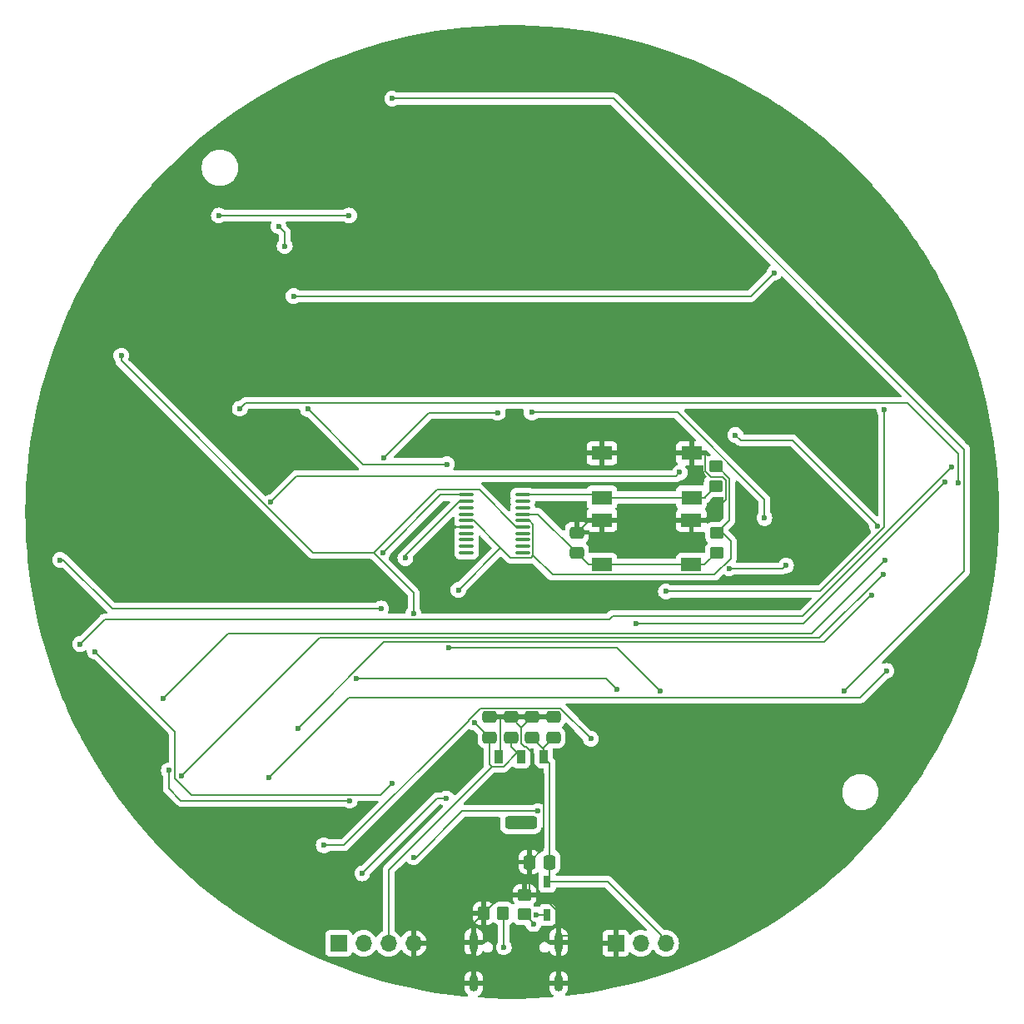
<source format=gbr>
%TF.GenerationSoftware,KiCad,Pcbnew,8.0.2*%
%TF.CreationDate,2025-03-09T15:23:07+01:00*%
%TF.ProjectId,WRadioLogo,57526164-696f-44c6-9f67-6f2e6b696361,rev?*%
%TF.SameCoordinates,Original*%
%TF.FileFunction,Copper,L2,Bot*%
%TF.FilePolarity,Positive*%
%FSLAX46Y46*%
G04 Gerber Fmt 4.6, Leading zero omitted, Abs format (unit mm)*
G04 Created by KiCad (PCBNEW 8.0.2) date 2025-03-09 15:23:07*
%MOMM*%
%LPD*%
G01*
G04 APERTURE LIST*
G04 Aperture macros list*
%AMRoundRect*
0 Rectangle with rounded corners*
0 $1 Rounding radius*
0 $2 $3 $4 $5 $6 $7 $8 $9 X,Y pos of 4 corners*
0 Add a 4 corners polygon primitive as box body*
4,1,4,$2,$3,$4,$5,$6,$7,$8,$9,$2,$3,0*
0 Add four circle primitives for the rounded corners*
1,1,$1+$1,$2,$3*
1,1,$1+$1,$4,$5*
1,1,$1+$1,$6,$7*
1,1,$1+$1,$8,$9*
0 Add four rect primitives between the rounded corners*
20,1,$1+$1,$2,$3,$4,$5,0*
20,1,$1+$1,$4,$5,$6,$7,0*
20,1,$1+$1,$6,$7,$8,$9,0*
20,1,$1+$1,$8,$9,$2,$3,0*%
G04 Aperture macros list end*
%TA.AperFunction,ComponentPad*%
%ADD10O,0.900000X2.000000*%
%TD*%
%TA.AperFunction,ComponentPad*%
%ADD11O,0.900000X1.700000*%
%TD*%
%TA.AperFunction,ComponentPad*%
%ADD12R,1.700000X1.700000*%
%TD*%
%TA.AperFunction,ComponentPad*%
%ADD13O,1.700000X1.700000*%
%TD*%
%TA.AperFunction,SMDPad,CuDef*%
%ADD14RoundRect,0.250000X0.475000X-0.337500X0.475000X0.337500X-0.475000X0.337500X-0.475000X-0.337500X0*%
%TD*%
%TA.AperFunction,SMDPad,CuDef*%
%ADD15RoundRect,0.065100X-0.399900X0.589900X-0.399900X-0.589900X0.399900X-0.589900X0.399900X0.589900X0*%
%TD*%
%TA.AperFunction,SMDPad,CuDef*%
%ADD16RoundRect,0.314400X-1.305600X0.340600X-1.305600X-0.340600X1.305600X-0.340600X1.305600X0.340600X0*%
%TD*%
%TA.AperFunction,SMDPad,CuDef*%
%ADD17R,2.100000X1.400000*%
%TD*%
%TA.AperFunction,SMDPad,CuDef*%
%ADD18RoundRect,0.250000X0.337500X0.475000X-0.337500X0.475000X-0.337500X-0.475000X0.337500X-0.475000X0*%
%TD*%
%TA.AperFunction,SMDPad,CuDef*%
%ADD19RoundRect,0.250000X-0.450000X0.350000X-0.450000X-0.350000X0.450000X-0.350000X0.450000X0.350000X0*%
%TD*%
%TA.AperFunction,SMDPad,CuDef*%
%ADD20RoundRect,0.100000X0.637500X0.100000X-0.637500X0.100000X-0.637500X-0.100000X0.637500X-0.100000X0*%
%TD*%
%TA.AperFunction,SMDPad,CuDef*%
%ADD21R,0.730000X1.210000*%
%TD*%
%TA.AperFunction,SMDPad,CuDef*%
%ADD22RoundRect,0.250000X0.450000X-0.350000X0.450000X0.350000X-0.450000X0.350000X-0.450000X-0.350000X0*%
%TD*%
%TA.AperFunction,SMDPad,CuDef*%
%ADD23RoundRect,0.250000X0.350000X0.450000X-0.350000X0.450000X-0.350000X-0.450000X0.350000X-0.450000X0*%
%TD*%
%TA.AperFunction,ViaPad*%
%ADD24C,0.600000*%
%TD*%
%TA.AperFunction,Conductor*%
%ADD25C,0.200000*%
%TD*%
G04 APERTURE END LIST*
D10*
%TO.P,J1,S1,SHIELD*%
%TO.N,GND*%
X131720000Y-143796500D03*
%TO.P,J1,S2,SHIELD*%
X140370000Y-143796500D03*
D11*
%TO.P,J1,S3,SHIELD*%
X131720000Y-147966500D03*
%TO.P,J1,S4,SHIELD*%
X140370000Y-147966500D03*
%TD*%
D12*
%TO.P,J2,1,Pin_1*%
%TO.N,SWCLK*%
X117993000Y-143891000D03*
D13*
%TO.P,J2,2,Pin_2*%
%TO.N,SWDIO*%
X120533000Y-143891000D03*
%TO.P,J2,3,Pin_3*%
%TO.N,+3.3V*%
X123073000Y-143891000D03*
%TO.P,J2,4,Pin_4*%
%TO.N,GND*%
X125613000Y-143891000D03*
%TD*%
D12*
%TO.P,J3,1,Pin_1*%
%TO.N,GND*%
X146177000Y-143891000D03*
D13*
%TO.P,J3,2,Pin_2*%
%TO.N,DIN*%
X148717000Y-143891000D03*
%TO.P,J3,3,Pin_3*%
%TO.N,+5V*%
X151257000Y-143891000D03*
%TD*%
D14*
%TO.P,C1,1*%
%TO.N,+5V*%
X137668000Y-122957500D03*
%TO.P,C1,2*%
%TO.N,GND*%
X137668000Y-120882500D03*
%TD*%
%TO.P,C4,1*%
%TO.N,+3.3V*%
X133350000Y-122957500D03*
%TO.P,C4,2*%
%TO.N,GND*%
X133350000Y-120882500D03*
%TD*%
%TO.P,C5,1*%
%TO.N,RESET*%
X142228500Y-104182500D03*
%TO.P,C5,2*%
%TO.N,GND*%
X142228500Y-102107500D03*
%TD*%
%TO.P,C2,1*%
%TO.N,+5V*%
X139827000Y-122957500D03*
%TO.P,C2,2*%
%TO.N,GND*%
X139827000Y-120882500D03*
%TD*%
D15*
%TO.P,U2,1,GND/ADJ*%
%TO.N,GND*%
X134235000Y-124925000D03*
%TO.P,U2,2,VOUT*%
%TO.N,+3.3V*%
X136525000Y-124925000D03*
%TO.P,U2,3,VIN*%
%TO.N,+5V*%
X138815000Y-124925000D03*
D16*
%TO.P,U2,4*%
%TO.N,N/C*%
X136525000Y-131615000D03*
%TD*%
D17*
%TO.P,SW1,1,1*%
%TO.N,GND*%
X153868500Y-100874000D03*
X144768500Y-100874000D03*
%TO.P,SW1,2,2*%
%TO.N,RESET*%
X153868500Y-105374000D03*
X144768500Y-105374000D03*
%TD*%
D18*
%TO.P,C7,1*%
%TO.N,+5V*%
X139467500Y-135636000D03*
%TO.P,C7,2*%
%TO.N,GND*%
X137392500Y-135636000D03*
%TD*%
D17*
%TO.P,SW2,1,1*%
%TO.N,GND*%
X153880000Y-94052000D03*
X144780000Y-94052000D03*
%TO.P,SW2,2,2*%
%TO.N,BOOT*%
X153880000Y-98552000D03*
X144780000Y-98552000D03*
%TD*%
D19*
%TO.P,R2,1*%
%TO.N,+3.3V*%
X156337000Y-95393000D03*
%TO.P,R2,2*%
%TO.N,BOOT*%
X156337000Y-97393000D03*
%TD*%
D20*
%TO.P,U1,1,BOOT0*%
%TO.N,BOOT*%
X136720500Y-98294000D03*
%TO.P,U1,2,PF0*%
%TO.N,unconnected-(U1-PF0-Pad2)*%
X136720500Y-98944000D03*
%TO.P,U1,3,PF1*%
%TO.N,unconnected-(U1-PF1-Pad3)*%
X136720500Y-99594000D03*
%TO.P,U1,4,NRST*%
%TO.N,RESET*%
X136720500Y-100244000D03*
%TO.P,U1,5,VDDA*%
%TO.N,+3.3V*%
X136720500Y-100894000D03*
%TO.P,U1,6,PA0*%
%TO.N,DIN*%
X136720500Y-101544000D03*
%TO.P,U1,7,PA1*%
%TO.N,unconnected-(U1-PA1-Pad7)*%
X136720500Y-102194000D03*
%TO.P,U1,8,PA2*%
%TO.N,unconnected-(U1-PA2-Pad8)*%
X136720500Y-102844000D03*
%TO.P,U1,9,PA3*%
%TO.N,unconnected-(U1-PA3-Pad9)*%
X136720500Y-103494000D03*
%TO.P,U1,10,PA4*%
%TO.N,unconnected-(U1-PA4-Pad10)*%
X136720500Y-104144000D03*
%TO.P,U1,11,PA5*%
%TO.N,unconnected-(U1-PA5-Pad11)*%
X130995500Y-104144000D03*
%TO.P,U1,12,PA6*%
%TO.N,unconnected-(U1-PA6-Pad12)*%
X130995500Y-103494000D03*
%TO.P,U1,13,PA7*%
%TO.N,unconnected-(U1-PA7-Pad13)*%
X130995500Y-102844000D03*
%TO.P,U1,14,PB1*%
%TO.N,unconnected-(U1-PB1-Pad14)*%
X130995500Y-102194000D03*
%TO.P,U1,15,VSS*%
%TO.N,GND*%
X130995500Y-101544000D03*
%TO.P,U1,16,VDD*%
%TO.N,+3.3V*%
X130995500Y-100894000D03*
%TO.P,U1,17,PA9*%
%TO.N,unconnected-(U1-PA9-Pad17)*%
X130995500Y-100244000D03*
%TO.P,U1,18,PA10*%
%TO.N,unconnected-(U1-PA10-Pad18)*%
X130995500Y-99594000D03*
%TO.P,U1,19,PA13*%
%TO.N,SWDIO*%
X130995500Y-98944000D03*
%TO.P,U1,20,PA14*%
%TO.N,SWCLK*%
X130995500Y-98294000D03*
%TD*%
D14*
%TO.P,C3,1*%
%TO.N,+3.3V*%
X135509000Y-122957500D03*
%TO.P,C3,2*%
%TO.N,GND*%
X135509000Y-120882500D03*
%TD*%
D21*
%TO.P,D77,A*%
%TO.N,Net-(D77-PadA)*%
X139192000Y-140999000D03*
%TO.P,D77,C*%
%TO.N,+5V*%
X139192000Y-137639000D03*
%TD*%
D22*
%TO.P,R4,1*%
%TO.N,Net-(J1-CC2)*%
X136906000Y-140954000D03*
%TO.P,R4,2*%
%TO.N,GND*%
X136906000Y-138954000D03*
%TD*%
D19*
%TO.P,R1,1*%
%TO.N,+3.3V*%
X156452500Y-102145000D03*
%TO.P,R1,2*%
%TO.N,RESET*%
X156452500Y-104145000D03*
%TD*%
D23*
%TO.P,R3,1*%
%TO.N,Net-(J1-CC1)*%
X134731000Y-140843000D03*
%TO.P,R3,2*%
%TO.N,GND*%
X132731000Y-140843000D03*
%TD*%
D24*
%TO.N,+5V*%
X111898400Y-70976000D03*
X112511400Y-72984100D03*
%TO.N,+3.3V*%
X130180700Y-107949200D03*
X131798600Y-121457300D03*
%TO.N,GND*%
X129359900Y-101544000D03*
X140657000Y-93257300D03*
%TO.N,Net-(D26-DOUT)*%
X163497200Y-105456400D03*
X157734000Y-105776200D03*
%TO.N,Net-(D29-DOUT)*%
X169439300Y-118238300D03*
X123444000Y-57989800D03*
%TO.N,Net-(D37-DOUT)*%
X105820300Y-69869800D03*
X119073000Y-69869800D03*
%TO.N,DIN*%
X125608900Y-110360400D03*
X95886000Y-84137400D03*
%TO.N,Net-(J1-CC1)*%
X134795000Y-144292200D03*
%TO.N,Net-(D44-DOUT)*%
X113411100Y-78067700D03*
X162306000Y-75692000D03*
%TO.N,Net-(D47-DOUT)*%
X122556000Y-94563700D03*
X134184500Y-89920600D03*
%TO.N,Net-(D49-DOUT)*%
X146279100Y-118082200D03*
X119759700Y-116954100D03*
%TO.N,Net-(D51-DOUT)*%
X151286200Y-108113100D03*
X173512000Y-89602900D03*
%TO.N,Net-(D53-DOUT)*%
X129232300Y-113832200D03*
X114874300Y-89560900D03*
X128995500Y-95165400D03*
X150678000Y-118233200D03*
%TO.N,Net-(D55-DOUT)*%
X100113950Y-119036950D03*
X173583400Y-104936400D03*
%TO.N,Net-(D57-DOUT)*%
X93193700Y-114217800D03*
X123409000Y-127604200D03*
%TO.N,Net-(D59-DOUT)*%
X91717600Y-113452600D03*
X180364475Y-95450425D03*
%TO.N,Net-(D61-DOUT)*%
X173718900Y-116184500D03*
X110870300Y-127002500D03*
%TO.N,Net-(D63-DOUT)*%
X111100900Y-99025600D03*
X152682900Y-96006800D03*
%TO.N,Net-(D65-DOUT)*%
X137630800Y-89903900D03*
X161297800Y-100642600D03*
%TO.N,Net-(D46-DOUT)*%
X89671300Y-104902000D03*
X122302300Y-109833100D03*
%TO.N,Net-(J1-CC2)*%
X137795000Y-141935800D03*
%TO.N,SWDIO*%
X124786400Y-104716500D03*
%TO.N,SWCLK*%
X122495400Y-104174800D03*
%TO.N,Net-(D50-DOUT)*%
X148222800Y-111413900D03*
X179690950Y-97013950D03*
%TO.N,Net-(D54-DOUT)*%
X107941600Y-89523100D03*
X180984600Y-97093800D03*
%TO.N,Net-(D58-DOUT)*%
X100727100Y-126309500D03*
X119126000Y-129387700D03*
%TO.N,Net-(D60-DOUT)*%
X113824600Y-122010300D03*
X172212000Y-108458000D03*
%TO.N,Net-(D62-DOUT)*%
X172767143Y-101466328D03*
X158349700Y-92202000D03*
%TO.N,Net-(D64-DOUT)*%
X102012800Y-126904800D03*
X173373815Y-106356585D03*
%TO.N,Net-(D69-DIN)*%
X143655700Y-123096600D03*
X116482000Y-133917800D03*
%TO.N,Net-(D71-DOUT)*%
X120394700Y-136779000D03*
X128961300Y-129157500D03*
%TO.N,Net-(D72-DIN)*%
X138266000Y-130441200D03*
X125603000Y-135128000D03*
%TO.N,Net-(D77-PadA)*%
X138106000Y-140970000D03*
%TD*%
D25*
%TO.N,+5V*%
X150749000Y-143383000D02*
X150749000Y-143002000D01*
X138815000Y-124104500D02*
X138815000Y-124925000D01*
X112511400Y-71589000D02*
X111898400Y-70976000D01*
X138747500Y-124037000D02*
X138815000Y-124104500D01*
X145386000Y-137639000D02*
X139467500Y-137639000D01*
X139467500Y-137639000D02*
X139467500Y-135636000D01*
X150749000Y-143002000D02*
X145386000Y-137639000D01*
X139467500Y-125577500D02*
X138815000Y-124925000D01*
X151257000Y-143891000D02*
X150749000Y-143383000D01*
X137668000Y-122957500D02*
X138747500Y-124037000D01*
X112511400Y-72984100D02*
X112511400Y-71589000D01*
X139827000Y-122957500D02*
X138747500Y-124037000D01*
X139467500Y-135636000D02*
X139467500Y-125577500D01*
X139467500Y-137639000D02*
X139192000Y-137639000D01*
%TO.N,+3.3V*%
X157861000Y-102997000D02*
X157009000Y-102145000D01*
X135509000Y-123909000D02*
X136138500Y-124538500D01*
X135472600Y-104660700D02*
X134470900Y-103659000D01*
X137778700Y-101275100D02*
X137397600Y-100894000D01*
X157861000Y-104775000D02*
X157861000Y-102997000D01*
X133587000Y-125921200D02*
X133661600Y-125921200D01*
X131705900Y-100894000D02*
X130995500Y-100894000D01*
X135509000Y-122957500D02*
X135509000Y-123909000D01*
X156538700Y-95393000D02*
X157753500Y-96607800D01*
X134470900Y-103659000D02*
X130180700Y-107949200D01*
X136138500Y-124538500D02*
X136525000Y-124925000D01*
X123073000Y-143891000D02*
X123073000Y-136435200D01*
X123073000Y-136435200D02*
X133587000Y-125921200D01*
X134755800Y-125921200D02*
X133661600Y-125921200D01*
X134470900Y-103659000D02*
X131705900Y-100894000D01*
X137778700Y-104438900D02*
X137778700Y-101275100D01*
X156337000Y-95393000D02*
X156538700Y-95393000D01*
X133298800Y-122957500D02*
X133350000Y-122957500D01*
X133587000Y-125921200D02*
X133350000Y-125684200D01*
X136138500Y-124538500D02*
X134755800Y-125921200D01*
X137778700Y-104438900D02*
X139741000Y-106401200D01*
X157009000Y-102145000D02*
X156452500Y-102145000D01*
X139741000Y-106401200D02*
X156234800Y-106401200D01*
X137778700Y-104438900D02*
X137556900Y-104660700D01*
X157753500Y-100844000D02*
X156452500Y-102145000D01*
X137556900Y-104660700D02*
X135472600Y-104660700D01*
X133350000Y-125684200D02*
X133350000Y-122957500D01*
X131798600Y-121457300D02*
X133298800Y-122957500D01*
X137397600Y-100894000D02*
X136720500Y-100894000D01*
X156234800Y-106401200D02*
X157861000Y-104775000D01*
X157753500Y-96607800D02*
X157753500Y-100844000D01*
%TO.N,GND*%
X136923300Y-123916300D02*
X137035000Y-123916300D01*
X142240000Y-94703700D02*
X142776600Y-94703700D01*
X157345800Y-96793700D02*
X157345800Y-98748400D01*
X134620000Y-138954000D02*
X136906000Y-138954000D01*
X153299300Y-100874000D02*
X153868500Y-100874000D01*
X137392500Y-138954000D02*
X137392500Y-135636000D01*
X142776600Y-94703700D02*
X143428300Y-94052000D01*
X144279900Y-143145600D02*
X145025300Y-143891000D01*
X140370000Y-143145600D02*
X140370000Y-142494800D01*
X127971900Y-145098200D02*
X126764700Y-143891000D01*
X138591100Y-138954000D02*
X140370000Y-140732900D01*
X140370000Y-143796500D02*
X140370000Y-143145600D01*
X137811600Y-125647700D02*
X138867900Y-126704000D01*
X157345800Y-98748400D02*
X155220200Y-100874000D01*
X125613000Y-143891000D02*
X126764700Y-143891000D01*
X131720000Y-145098200D02*
X127971900Y-145098200D01*
X152516800Y-100874000D02*
X144768500Y-100874000D01*
X140370000Y-143145600D02*
X144279900Y-143145600D01*
X153880000Y-94052000D02*
X155231700Y-94052000D01*
X153868500Y-100874000D02*
X155220200Y-100874000D01*
X136588500Y-121962000D02*
X136588500Y-123581500D01*
X132731000Y-140843000D02*
X134620000Y-138954000D01*
X131720000Y-143796500D02*
X131720000Y-145098200D01*
X134429500Y-120882500D02*
X134429500Y-124730500D01*
X155231700Y-94052000D02*
X155231700Y-95892300D01*
X139827000Y-120882500D02*
X137668000Y-120882500D01*
X157042400Y-96490300D02*
X157345800Y-96793700D01*
X140370000Y-140732900D02*
X140370000Y-142494800D01*
X143416800Y-100874000D02*
X143416800Y-100919200D01*
X155231700Y-95892300D02*
X155829700Y-96490300D01*
X134429500Y-120882500D02*
X133350000Y-120882500D01*
X153299300Y-100874000D02*
X152516800Y-100874000D01*
X143416800Y-100919200D02*
X142228500Y-102107500D01*
X136588500Y-123581500D02*
X136923300Y-123916300D01*
X155829700Y-96490300D02*
X157042400Y-96490300D01*
X144780000Y-94052000D02*
X143428300Y-94052000D01*
X134429500Y-124730500D02*
X134235000Y-124925000D01*
X137811600Y-124692900D02*
X137811600Y-125647700D01*
X137392500Y-138954000D02*
X136906000Y-138954000D01*
X137035000Y-123916300D02*
X137811600Y-124692900D01*
X138867900Y-134160600D02*
X137392500Y-135636000D01*
X146177000Y-143891000D02*
X145025300Y-143891000D01*
X135509000Y-120882500D02*
X134429500Y-120882500D01*
X136588500Y-121962000D02*
X137668000Y-120882500D01*
X131720000Y-147966500D02*
X131720000Y-146814800D01*
X140793600Y-93257300D02*
X140657000Y-93257300D01*
X131720000Y-145098200D02*
X131720000Y-146814800D01*
X130995500Y-101544000D02*
X129359900Y-101544000D01*
X142240000Y-94703700D02*
X140793600Y-93257300D01*
X131720000Y-141854000D02*
X132731000Y-140843000D01*
X144768500Y-100874000D02*
X143416800Y-100874000D01*
X153880000Y-94052000D02*
X144780000Y-94052000D01*
X138867900Y-126704000D02*
X138867900Y-134160600D01*
X131720000Y-143796500D02*
X131720000Y-141854000D01*
X137392500Y-138954000D02*
X138591100Y-138954000D01*
X136588500Y-121962000D02*
X135509000Y-120882500D01*
%TO.N,Net-(D26-DOUT)*%
X163177400Y-105776200D02*
X163497200Y-105456400D01*
X157734000Y-105776200D02*
X163177400Y-105776200D01*
%TO.N,Net-(D29-DOUT)*%
X145938700Y-57989800D02*
X181595300Y-93646400D01*
X181595300Y-106082300D02*
X169439300Y-118238300D01*
X181595300Y-93646400D02*
X181595300Y-106082300D01*
X123444000Y-57989800D02*
X145938700Y-57989800D01*
%TO.N,Net-(D37-DOUT)*%
X105820300Y-69869800D02*
X119073000Y-69869800D01*
%TO.N,RESET*%
X143416800Y-105370800D02*
X142228500Y-104182500D01*
X153868500Y-105374000D02*
X155220200Y-105374000D01*
X153868500Y-105374000D02*
X144768500Y-105374000D01*
X136720500Y-100244000D02*
X138290000Y-100244000D01*
X138290000Y-100244000D02*
X142228500Y-104182500D01*
X156452500Y-104145000D02*
X156449200Y-104145000D01*
X156449200Y-104145000D02*
X155220200Y-105374000D01*
X143416800Y-105374000D02*
X143416800Y-105370800D01*
X144768500Y-105374000D02*
X143416800Y-105374000D01*
%TO.N,BOOT*%
X153880000Y-98552000D02*
X155231700Y-98552000D01*
X136720500Y-98294000D02*
X144522000Y-98294000D01*
X144522000Y-98294000D02*
X144780000Y-98552000D01*
X144780000Y-98552000D02*
X153880000Y-98552000D01*
X155231700Y-98498300D02*
X156337000Y-97393000D01*
X155231700Y-98552000D02*
X155231700Y-98498300D01*
%TO.N,DIN*%
X121569900Y-104197200D02*
X127984200Y-97782900D01*
X121569900Y-104197200D02*
X125608900Y-108236200D01*
X125608900Y-108236200D02*
X125608900Y-110360400D01*
X132294800Y-97782900D02*
X136055900Y-101544000D01*
X115421700Y-104197200D02*
X121569900Y-104197200D01*
X127984200Y-97782900D02*
X132294800Y-97782900D01*
X136055900Y-101544000D02*
X136720500Y-101544000D01*
X95886000Y-84137400D02*
X95886000Y-84661500D01*
X95886000Y-84661500D02*
X115421700Y-104197200D01*
%TO.N,Net-(J1-CC1)*%
X134731000Y-140843000D02*
X134795000Y-140907000D01*
X134795000Y-140907000D02*
X134795000Y-144292200D01*
%TO.N,Net-(D44-DOUT)*%
X159930300Y-78067700D02*
X113411100Y-78067700D01*
X162306000Y-75692000D02*
X159930300Y-78067700D01*
%TO.N,Net-(D47-DOUT)*%
X127199000Y-89920700D02*
X134184500Y-89920700D01*
X134184500Y-89920700D02*
X134184500Y-89920600D01*
X122556000Y-94563700D02*
X127199000Y-89920700D01*
%TO.N,Net-(D49-DOUT)*%
X145151000Y-116954100D02*
X119759700Y-116954100D01*
X146279100Y-118082200D02*
X145151000Y-116954100D01*
%TO.N,Net-(D51-DOUT)*%
X166968900Y-108113100D02*
X151286200Y-108113100D01*
X173512000Y-89602900D02*
X173512000Y-101570000D01*
X173512000Y-101570000D02*
X166968900Y-108113100D01*
%TO.N,Net-(D53-DOUT)*%
X129232300Y-113832200D02*
X146277000Y-113832200D01*
X146277000Y-113832200D02*
X150678000Y-118233200D01*
X120478800Y-95165400D02*
X128995500Y-95165400D01*
X114874300Y-89560900D02*
X120478800Y-95165400D01*
%TO.N,Net-(D55-DOUT)*%
X100113950Y-119036950D02*
X106736800Y-112414100D01*
X166105700Y-112414100D02*
X173583400Y-104936400D01*
X106736800Y-112414100D02*
X166105700Y-112414100D01*
%TO.N,Net-(D57-DOUT)*%
X123409000Y-127604200D02*
X122235200Y-128778000D01*
X101376800Y-127157800D02*
X101376800Y-122400900D01*
X101376800Y-122400900D02*
X93193700Y-114217800D01*
X122235200Y-128778000D02*
X102997000Y-128778000D01*
X102997000Y-128778000D02*
X101376800Y-127157800D01*
%TO.N,Net-(D59-DOUT)*%
X165205500Y-110609400D02*
X145846400Y-110609400D01*
X94208100Y-110962100D02*
X91717600Y-113452600D01*
X145846400Y-110609400D02*
X145493700Y-110962100D01*
X145493700Y-110962100D02*
X94208100Y-110962100D01*
X180364475Y-95450425D02*
X165205500Y-110609400D01*
%TO.N,Net-(D61-DOUT)*%
X171034500Y-118868900D02*
X173718900Y-116184500D01*
X110870300Y-127002500D02*
X119003900Y-118868900D01*
X119003900Y-118868900D02*
X171034500Y-118868900D01*
%TO.N,Net-(D63-DOUT)*%
X111100900Y-99025600D02*
X113733500Y-96393000D01*
X152296700Y-96393000D02*
X152682900Y-96006800D01*
X113733500Y-96393000D02*
X152296700Y-96393000D01*
%TO.N,Net-(D65-DOUT)*%
X161297800Y-98748800D02*
X161297800Y-100642600D01*
X152452900Y-89903900D02*
X161297800Y-98748800D01*
X137630800Y-89903900D02*
X152452900Y-89903900D01*
%TO.N,Net-(D46-DOUT)*%
X94959000Y-109833100D02*
X122302300Y-109833100D01*
X90027900Y-104902000D02*
X94959000Y-109833100D01*
X89671300Y-104902000D02*
X90027900Y-104902000D01*
%TO.N,Net-(J1-CC2)*%
X136906000Y-140954000D02*
X137794900Y-141842900D01*
X137794900Y-141935800D02*
X137795000Y-141935800D01*
X137794900Y-141842900D02*
X137794900Y-141935800D01*
%TO.N,SWDIO*%
X130995500Y-98944000D02*
X130298100Y-98944000D01*
X124786400Y-104455700D02*
X124786400Y-104716500D01*
X130298100Y-98944000D02*
X124786400Y-104455700D01*
%TO.N,SWCLK*%
X128376200Y-98294000D02*
X122495400Y-104174800D01*
X130995500Y-98294000D02*
X128376200Y-98294000D01*
%TO.N,Net-(D50-DOUT)*%
X179690950Y-97013950D02*
X165291000Y-111413900D01*
X165291000Y-111413900D02*
X148222800Y-111413900D01*
%TO.N,Net-(D54-DOUT)*%
X175825600Y-88957600D02*
X180984600Y-94116600D01*
X180984600Y-94116600D02*
X180984600Y-97093800D01*
X107941600Y-89523100D02*
X108507100Y-88957600D01*
X108507100Y-88957600D02*
X175825600Y-88957600D01*
%TO.N,Net-(D58-DOUT)*%
X100727100Y-128159100D02*
X100727100Y-126309500D01*
X119126000Y-129387700D02*
X101955700Y-129387700D01*
X101955700Y-129387700D02*
X100727100Y-128159100D01*
%TO.N,Net-(D60-DOUT)*%
X172119700Y-108458000D02*
X167347200Y-113230500D01*
X122604400Y-113230500D02*
X113824600Y-122010300D01*
X172212000Y-108458000D02*
X172119700Y-108458000D01*
X167347200Y-113230500D02*
X122604400Y-113230500D01*
%TO.N,Net-(D62-DOUT)*%
X158349700Y-92202000D02*
X158885500Y-92737800D01*
X172767143Y-101344543D02*
X172767143Y-101466328D01*
X164160400Y-92737800D02*
X172767143Y-101344543D01*
X158885500Y-92737800D02*
X164160400Y-92737800D01*
%TO.N,Net-(D64-DOUT)*%
X173373815Y-106356585D02*
X173368715Y-106356585D01*
X116088800Y-112828800D02*
X102012800Y-126904800D01*
X173368715Y-106356585D02*
X166896500Y-112828800D01*
X166896500Y-112828800D02*
X116088800Y-112828800D01*
%TO.N,Net-(D69-DIN)*%
X143655700Y-123096600D02*
X140528500Y-119969400D01*
X132435700Y-119969400D02*
X131196900Y-121208200D01*
X140528500Y-119969400D02*
X132435700Y-119969400D01*
X131196900Y-121248600D02*
X118527700Y-133917800D01*
X118527700Y-133917800D02*
X116482000Y-133917800D01*
X131196900Y-121208200D02*
X131196900Y-121248600D01*
%TO.N,Net-(D71-DOUT)*%
X128961300Y-129157500D02*
X128016200Y-129157500D01*
X128016200Y-129157500D02*
X120394700Y-136779000D01*
%TO.N,Net-(D72-DIN)*%
X130548900Y-130441200D02*
X138266000Y-130441200D01*
X125862100Y-135128000D02*
X130548900Y-130441200D01*
X125603000Y-135128000D02*
X125862100Y-135128000D01*
%TO.N,Net-(D77-PadA)*%
X138135000Y-140999000D02*
X139192000Y-140999000D01*
X138106000Y-140970000D02*
X138135000Y-140999000D01*
%TD*%
%TA.AperFunction,Conductor*%
%TO.N,GND*%
G36*
X137808390Y-124065184D02*
G01*
X137854145Y-124117988D01*
X137864290Y-124185684D01*
X137849501Y-124298016D01*
X137849500Y-124298032D01*
X137849500Y-125551981D01*
X137864058Y-125662550D01*
X137864059Y-125662554D01*
X137921047Y-125800138D01*
X137921048Y-125800140D01*
X137921049Y-125800141D01*
X138011709Y-125918291D01*
X138129859Y-126008951D01*
X138267449Y-126065942D01*
X138378026Y-126080500D01*
X138743000Y-126080500D01*
X138810039Y-126100185D01*
X138855794Y-126152989D01*
X138867000Y-126204500D01*
X138867000Y-129649063D01*
X138847315Y-129716102D01*
X138794511Y-129761857D01*
X138725353Y-129771801D01*
X138677029Y-129754057D01*
X138615525Y-129715412D01*
X138445254Y-129655831D01*
X138445249Y-129655830D01*
X138266004Y-129635635D01*
X138265996Y-129635635D01*
X138086750Y-129655830D01*
X138086745Y-129655831D01*
X137916476Y-129715411D01*
X137763736Y-129811385D01*
X137760903Y-129813645D01*
X137758724Y-129814534D01*
X137757842Y-129815089D01*
X137757744Y-129814934D01*
X137696217Y-129840055D01*
X137683588Y-129840700D01*
X130816097Y-129840700D01*
X130749058Y-129821015D01*
X130703303Y-129768211D01*
X130693359Y-129699053D01*
X130722384Y-129635497D01*
X130728416Y-129629019D01*
X133799416Y-126558019D01*
X133860739Y-126524534D01*
X133887097Y-126521700D01*
X134669131Y-126521700D01*
X134669147Y-126521701D01*
X134676743Y-126521701D01*
X134834854Y-126521701D01*
X134834857Y-126521701D01*
X134987585Y-126480777D01*
X135037704Y-126451839D01*
X135124516Y-126401720D01*
X135236320Y-126289916D01*
X135236320Y-126289914D01*
X135246528Y-126279707D01*
X135246530Y-126279704D01*
X135580444Y-125945789D01*
X135641765Y-125912306D01*
X135711457Y-125917290D01*
X135743609Y-125935096D01*
X135839858Y-126008950D01*
X135839860Y-126008952D01*
X135926619Y-126044888D01*
X135977449Y-126065942D01*
X136088026Y-126080500D01*
X136088033Y-126080500D01*
X136961967Y-126080500D01*
X136961974Y-126080500D01*
X137072551Y-126065942D01*
X137210141Y-126008951D01*
X137328291Y-125918291D01*
X137418951Y-125800141D01*
X137475942Y-125662551D01*
X137490500Y-125551974D01*
X137490500Y-124298026D01*
X137475942Y-124187449D01*
X137475710Y-124185684D01*
X137486476Y-124116649D01*
X137532855Y-124064393D01*
X137598649Y-124045499D01*
X137741351Y-124045499D01*
X137808390Y-124065184D01*
G37*
%TD.AperFunction*%
%TA.AperFunction,Conductor*%
G36*
X140020039Y-120652185D02*
G01*
X140065794Y-120704989D01*
X140077000Y-120756500D01*
X140077000Y-121008500D01*
X140057315Y-121075539D01*
X140004511Y-121121294D01*
X139953000Y-121132500D01*
X133224000Y-121132500D01*
X133156961Y-121112815D01*
X133111206Y-121060011D01*
X133100000Y-121008500D01*
X133100000Y-120756500D01*
X133119685Y-120689461D01*
X133172489Y-120643706D01*
X133224000Y-120632500D01*
X139953000Y-120632500D01*
X140020039Y-120652185D01*
G37*
%TD.AperFunction*%
%TA.AperFunction,Conductor*%
G36*
X172657613Y-89577785D02*
G01*
X172703368Y-89630589D01*
X172713794Y-89668217D01*
X172726630Y-89782149D01*
X172726631Y-89782154D01*
X172786211Y-89952423D01*
X172832042Y-90025362D01*
X172878849Y-90099855D01*
X172882185Y-90105163D01*
X172884445Y-90107997D01*
X172885334Y-90110175D01*
X172885889Y-90111058D01*
X172885734Y-90111155D01*
X172910855Y-90172683D01*
X172911500Y-90185312D01*
X172911500Y-100340302D01*
X172891815Y-100407341D01*
X172839011Y-100453096D01*
X172769853Y-100463040D01*
X172706297Y-100434015D01*
X172699819Y-100427983D01*
X164647990Y-92376155D01*
X164647988Y-92376152D01*
X164529117Y-92257281D01*
X164529116Y-92257280D01*
X164442304Y-92207160D01*
X164442304Y-92207159D01*
X164442300Y-92207158D01*
X164392185Y-92178223D01*
X164239457Y-92137299D01*
X164081343Y-92137299D01*
X164073747Y-92137299D01*
X164073731Y-92137300D01*
X159258789Y-92137300D01*
X159191750Y-92117615D01*
X159145995Y-92064811D01*
X159135569Y-92027186D01*
X159135243Y-92024299D01*
X159135068Y-92022745D01*
X159075489Y-91852478D01*
X158979516Y-91699738D01*
X158851962Y-91572184D01*
X158840561Y-91565020D01*
X158699223Y-91476211D01*
X158528954Y-91416631D01*
X158528949Y-91416630D01*
X158349704Y-91396435D01*
X158349696Y-91396435D01*
X158170450Y-91416630D01*
X158170445Y-91416631D01*
X158000176Y-91476211D01*
X157847437Y-91572184D01*
X157719884Y-91699737D01*
X157623911Y-91852476D01*
X157564331Y-92022745D01*
X157564330Y-92022750D01*
X157544135Y-92201996D01*
X157544135Y-92202003D01*
X157564330Y-92381249D01*
X157564331Y-92381254D01*
X157623911Y-92551523D01*
X157679706Y-92640319D01*
X157719884Y-92704262D01*
X157847438Y-92831816D01*
X158000178Y-92927789D01*
X158170445Y-92987368D01*
X158257369Y-92997161D01*
X158321780Y-93024226D01*
X158331163Y-93032698D01*
X158516784Y-93218320D01*
X158516786Y-93218321D01*
X158516790Y-93218324D01*
X158562337Y-93244620D01*
X158653716Y-93297377D01*
X158806443Y-93338301D01*
X158806445Y-93338301D01*
X158972154Y-93338301D01*
X158972170Y-93338300D01*
X163860303Y-93338300D01*
X163927342Y-93357985D01*
X163947984Y-93374619D01*
X171927263Y-101353898D01*
X171960748Y-101415221D01*
X171962802Y-101455463D01*
X171961578Y-101466326D01*
X171961578Y-101466331D01*
X171981773Y-101645577D01*
X171981774Y-101645582D01*
X172041354Y-101815851D01*
X172133663Y-101962759D01*
X172152663Y-102029996D01*
X172132295Y-102096831D01*
X172116350Y-102116412D01*
X166756484Y-107476281D01*
X166695161Y-107509766D01*
X166668803Y-107512600D01*
X151868612Y-107512600D01*
X151801573Y-107492915D01*
X151791297Y-107485545D01*
X151788463Y-107483285D01*
X151788462Y-107483284D01*
X151730616Y-107446937D01*
X151635723Y-107387311D01*
X151465454Y-107327731D01*
X151465449Y-107327730D01*
X151286204Y-107307535D01*
X151286196Y-107307535D01*
X151106950Y-107327730D01*
X151106945Y-107327731D01*
X150936676Y-107387311D01*
X150783937Y-107483284D01*
X150656384Y-107610837D01*
X150560411Y-107763576D01*
X150500831Y-107933845D01*
X150500830Y-107933850D01*
X150480635Y-108113096D01*
X150480635Y-108113103D01*
X150500830Y-108292349D01*
X150500831Y-108292354D01*
X150560411Y-108462623D01*
X150633546Y-108579016D01*
X150656384Y-108615362D01*
X150783938Y-108742916D01*
X150936678Y-108838889D01*
X151106945Y-108898468D01*
X151106950Y-108898469D01*
X151286196Y-108918665D01*
X151286200Y-108918665D01*
X151286204Y-108918665D01*
X151465449Y-108898469D01*
X151465452Y-108898468D01*
X151465455Y-108898468D01*
X151635722Y-108838889D01*
X151788462Y-108742916D01*
X151788467Y-108742910D01*
X151791297Y-108740655D01*
X151793475Y-108739765D01*
X151794358Y-108739211D01*
X151794455Y-108739365D01*
X151855983Y-108714245D01*
X151868612Y-108713600D01*
X165952703Y-108713600D01*
X166019742Y-108733285D01*
X166065497Y-108786089D01*
X166075441Y-108855247D01*
X166046416Y-108918803D01*
X166040384Y-108925281D01*
X164993084Y-109972581D01*
X164931761Y-110006066D01*
X164905403Y-110008900D01*
X145767343Y-110008900D01*
X145614613Y-110049823D01*
X145588529Y-110064884D01*
X145588528Y-110064884D01*
X145477687Y-110128877D01*
X145477682Y-110128881D01*
X145281283Y-110325281D01*
X145219960Y-110358766D01*
X145193602Y-110361600D01*
X126525414Y-110361600D01*
X126458375Y-110341915D01*
X126412620Y-110289111D01*
X126402194Y-110251484D01*
X126394269Y-110181149D01*
X126394268Y-110181145D01*
X126334689Y-110010878D01*
X126331665Y-110006066D01*
X126301545Y-109958130D01*
X126238716Y-109858138D01*
X126238714Y-109858136D01*
X126238713Y-109858134D01*
X126236450Y-109855296D01*
X126235559Y-109853115D01*
X126235011Y-109852242D01*
X126235164Y-109852145D01*
X126210044Y-109790609D01*
X126209400Y-109777987D01*
X126209400Y-108325260D01*
X126209401Y-108325247D01*
X126209401Y-108157144D01*
X126201714Y-108128455D01*
X126168477Y-108004416D01*
X126140373Y-107955738D01*
X126089424Y-107867490D01*
X126089418Y-107867482D01*
X124598636Y-106376700D01*
X123099786Y-104877851D01*
X123066302Y-104816529D01*
X123071286Y-104746837D01*
X123099784Y-104702492D01*
X123125216Y-104677062D01*
X123221189Y-104524322D01*
X123280768Y-104354055D01*
X123290561Y-104267129D01*
X123317626Y-104202718D01*
X123326090Y-104193343D01*
X128588616Y-98930819D01*
X128649939Y-98897334D01*
X128676297Y-98894500D01*
X129199003Y-98894500D01*
X129266042Y-98914185D01*
X129311797Y-98966989D01*
X129321741Y-99036147D01*
X129292716Y-99099703D01*
X129286684Y-99106180D01*
X126848864Y-101544000D01*
X124417686Y-103975178D01*
X124417682Y-103975180D01*
X124417683Y-103975181D01*
X124353320Y-104039542D01*
X124331614Y-104056851D01*
X124284142Y-104086680D01*
X124284135Y-104086686D01*
X124156584Y-104214237D01*
X124060611Y-104366976D01*
X124001031Y-104537245D01*
X124001030Y-104537250D01*
X123980835Y-104716496D01*
X123980835Y-104716500D01*
X124001030Y-104895749D01*
X124001031Y-104895754D01*
X124060611Y-105066023D01*
X124109429Y-105143716D01*
X124156584Y-105218762D01*
X124284138Y-105346316D01*
X124374480Y-105403082D01*
X124431105Y-105438662D01*
X124436878Y-105442289D01*
X124607145Y-105501868D01*
X124607150Y-105501869D01*
X124786396Y-105522065D01*
X124786400Y-105522065D01*
X124786404Y-105522065D01*
X124965649Y-105501869D01*
X124965652Y-105501868D01*
X124965655Y-105501868D01*
X125135922Y-105442289D01*
X125288662Y-105346316D01*
X125416216Y-105218762D01*
X125512189Y-105066022D01*
X125571768Y-104895755D01*
X125576467Y-104854056D01*
X125591965Y-104716500D01*
X125591965Y-104716496D01*
X125576664Y-104580694D01*
X125588719Y-104511873D01*
X125612200Y-104479133D01*
X129563001Y-100528332D01*
X129624322Y-100494849D01*
X129694014Y-100499833D01*
X129749947Y-100541705D01*
X129774364Y-100607169D01*
X129773619Y-100632200D01*
X129757500Y-100754638D01*
X129757500Y-101033363D01*
X129772953Y-101150753D01*
X129772955Y-101150758D01*
X129772956Y-101150762D01*
X129777806Y-101162470D01*
X129781837Y-101172203D01*
X129789304Y-101241673D01*
X129781838Y-101267103D01*
X129773443Y-101287370D01*
X129765987Y-101344000D01*
X129808500Y-101344000D01*
X129875539Y-101363685D01*
X129906875Y-101392513D01*
X129921176Y-101411150D01*
X129929718Y-101422282D01*
X129960140Y-101445625D01*
X130001341Y-101502052D01*
X130005496Y-101571798D01*
X129971283Y-101632719D01*
X129960146Y-101642369D01*
X129929718Y-101665718D01*
X129929717Y-101665719D01*
X129929716Y-101665720D01*
X129906875Y-101695487D01*
X129850447Y-101736690D01*
X129808500Y-101744000D01*
X129765990Y-101744000D01*
X129765988Y-101744001D01*
X129773441Y-101800622D01*
X129773445Y-101800634D01*
X129781837Y-101820895D01*
X129789304Y-101890364D01*
X129781838Y-101915794D01*
X129772956Y-101937238D01*
X129772955Y-101937239D01*
X129757500Y-102054638D01*
X129757500Y-102333363D01*
X129772953Y-102450753D01*
X129772957Y-102450765D01*
X129781566Y-102471550D01*
X129789033Y-102541019D01*
X129781566Y-102566450D01*
X129772957Y-102587234D01*
X129772955Y-102587239D01*
X129757500Y-102704638D01*
X129757500Y-102983363D01*
X129772953Y-103100753D01*
X129772957Y-103100765D01*
X129781566Y-103121550D01*
X129789033Y-103191019D01*
X129781566Y-103216450D01*
X129772957Y-103237234D01*
X129772955Y-103237239D01*
X129757500Y-103354638D01*
X129757500Y-103633363D01*
X129772953Y-103750753D01*
X129772957Y-103750765D01*
X129781566Y-103771550D01*
X129789033Y-103841019D01*
X129781566Y-103866450D01*
X129772957Y-103887234D01*
X129772955Y-103887239D01*
X129757500Y-104004638D01*
X129757500Y-104283363D01*
X129772953Y-104400753D01*
X129772956Y-104400762D01*
X129833464Y-104546841D01*
X129929718Y-104672282D01*
X130055159Y-104768536D01*
X130201238Y-104829044D01*
X130318639Y-104844500D01*
X131672360Y-104844499D01*
X131672363Y-104844499D01*
X131789753Y-104829046D01*
X131789757Y-104829044D01*
X131789762Y-104829044D01*
X131935841Y-104768536D01*
X132061282Y-104672282D01*
X132157536Y-104546841D01*
X132218044Y-104400762D01*
X132233500Y-104283361D01*
X132233499Y-104004640D01*
X132218044Y-103887238D01*
X132218042Y-103887234D01*
X132209435Y-103866455D01*
X132201965Y-103796986D01*
X132209435Y-103771545D01*
X132210110Y-103769916D01*
X132218044Y-103750762D01*
X132233500Y-103633361D01*
X132233499Y-103354640D01*
X132218044Y-103237238D01*
X132218042Y-103237234D01*
X132209435Y-103216455D01*
X132201965Y-103146986D01*
X132209435Y-103121545D01*
X132218044Y-103100762D01*
X132233500Y-102983361D01*
X132233499Y-102704640D01*
X132233490Y-102704575D01*
X132223448Y-102628290D01*
X132218044Y-102587238D01*
X132218041Y-102587231D01*
X132216349Y-102580913D01*
X132218012Y-102511063D01*
X132257176Y-102453201D01*
X132321404Y-102425698D01*
X132390306Y-102437285D01*
X132423805Y-102461140D01*
X133533983Y-103571318D01*
X133567468Y-103632641D01*
X133562484Y-103702333D01*
X133533983Y-103746680D01*
X130162165Y-107118498D01*
X130100842Y-107151983D01*
X130088368Y-107154037D01*
X130001450Y-107163830D01*
X129831178Y-107223410D01*
X129678437Y-107319384D01*
X129550884Y-107446937D01*
X129454911Y-107599676D01*
X129395331Y-107769945D01*
X129395330Y-107769950D01*
X129375135Y-107949196D01*
X129375135Y-107949203D01*
X129395330Y-108128449D01*
X129395331Y-108128454D01*
X129454911Y-108298723D01*
X129512551Y-108390456D01*
X129550884Y-108451462D01*
X129678438Y-108579016D01*
X129831178Y-108674989D01*
X129941522Y-108713600D01*
X130001445Y-108734568D01*
X130001450Y-108734569D01*
X130180696Y-108754765D01*
X130180700Y-108754765D01*
X130180704Y-108754765D01*
X130359949Y-108734569D01*
X130359952Y-108734568D01*
X130359955Y-108734568D01*
X130530222Y-108674989D01*
X130682962Y-108579016D01*
X130810516Y-108451462D01*
X130906489Y-108298722D01*
X130966068Y-108128455D01*
X130975861Y-108041529D01*
X131002926Y-107977118D01*
X131011390Y-107967743D01*
X134383218Y-104595916D01*
X134444541Y-104562431D01*
X134514233Y-104567415D01*
X134558580Y-104595916D01*
X135103884Y-105141220D01*
X135103886Y-105141221D01*
X135103890Y-105141224D01*
X135214033Y-105204814D01*
X135240816Y-105220277D01*
X135393543Y-105261201D01*
X135393545Y-105261201D01*
X135559254Y-105261201D01*
X135559270Y-105261200D01*
X137470231Y-105261200D01*
X137470247Y-105261201D01*
X137477843Y-105261201D01*
X137635956Y-105261201D01*
X137635957Y-105261201D01*
X137658139Y-105255257D01*
X137727988Y-105256918D01*
X137777915Y-105287350D01*
X139256139Y-106765574D01*
X139256149Y-106765585D01*
X139260479Y-106769915D01*
X139260480Y-106769916D01*
X139372284Y-106881720D01*
X139431940Y-106916162D01*
X139509215Y-106960777D01*
X139661942Y-107001700D01*
X139661943Y-107001700D01*
X156148131Y-107001700D01*
X156148147Y-107001701D01*
X156155743Y-107001701D01*
X156313854Y-107001701D01*
X156313857Y-107001701D01*
X156466585Y-106960777D01*
X156543860Y-106916162D01*
X156603516Y-106881720D01*
X156715320Y-106769916D01*
X156715320Y-106769914D01*
X156725524Y-106759711D01*
X156725528Y-106759706D01*
X157068530Y-106416703D01*
X157129851Y-106383220D01*
X157199543Y-106388204D01*
X157225480Y-106402885D01*
X157225842Y-106402311D01*
X157231737Y-106406015D01*
X157231738Y-106406016D01*
X157384478Y-106501989D01*
X157481216Y-106535839D01*
X157554745Y-106561568D01*
X157554750Y-106561569D01*
X157733996Y-106581765D01*
X157734000Y-106581765D01*
X157734004Y-106581765D01*
X157913249Y-106561569D01*
X157913252Y-106561568D01*
X157913255Y-106561568D01*
X158083522Y-106501989D01*
X158236262Y-106406016D01*
X158236267Y-106406010D01*
X158239097Y-106403755D01*
X158241275Y-106402865D01*
X158242158Y-106402311D01*
X158242255Y-106402465D01*
X158303783Y-106377345D01*
X158316412Y-106376700D01*
X163090731Y-106376700D01*
X163090747Y-106376701D01*
X163098343Y-106376701D01*
X163256454Y-106376701D01*
X163256457Y-106376701D01*
X163409185Y-106335777D01*
X163459304Y-106306839D01*
X163524287Y-106269322D01*
X163572394Y-106253492D01*
X163676455Y-106241768D01*
X163846722Y-106182189D01*
X163999462Y-106086216D01*
X164127016Y-105958662D01*
X164222989Y-105805922D01*
X164282568Y-105635655D01*
X164282975Y-105632044D01*
X164302765Y-105456403D01*
X164302765Y-105456396D01*
X164282569Y-105277150D01*
X164282568Y-105277145D01*
X164257258Y-105204814D01*
X164222989Y-105106878D01*
X164206888Y-105081254D01*
X164177230Y-105034053D01*
X164127016Y-104954138D01*
X163999462Y-104826584D01*
X163953495Y-104797701D01*
X163846723Y-104730611D01*
X163676454Y-104671031D01*
X163676449Y-104671030D01*
X163497204Y-104650835D01*
X163497196Y-104650835D01*
X163317950Y-104671030D01*
X163317945Y-104671031D01*
X163147676Y-104730611D01*
X162994937Y-104826584D01*
X162867384Y-104954137D01*
X162767706Y-105112774D01*
X162766301Y-105111891D01*
X162725265Y-105157353D01*
X162660354Y-105175700D01*
X158536189Y-105175700D01*
X158469150Y-105156015D01*
X158423395Y-105103211D01*
X158413451Y-105034053D01*
X158418756Y-105014711D01*
X158418473Y-105014636D01*
X158425434Y-104988657D01*
X158461500Y-104854057D01*
X158461500Y-104695943D01*
X158461500Y-103086059D01*
X158461501Y-103086046D01*
X158461501Y-102917945D01*
X158461501Y-102917943D01*
X158420577Y-102765215D01*
X158405779Y-102739586D01*
X158385567Y-102704576D01*
X158385567Y-102704575D01*
X158341524Y-102628290D01*
X158341521Y-102628286D01*
X158341520Y-102628284D01*
X158229716Y-102516480D01*
X158229715Y-102516479D01*
X158225385Y-102512149D01*
X158225374Y-102512139D01*
X157689318Y-101976083D01*
X157655833Y-101914760D01*
X157652999Y-101888402D01*
X157652999Y-101845097D01*
X157672684Y-101778058D01*
X157689318Y-101757416D01*
X157877270Y-101569464D01*
X158112006Y-101334728D01*
X158112011Y-101334724D01*
X158122214Y-101324520D01*
X158122216Y-101324520D01*
X158234020Y-101212716D01*
X158312300Y-101077130D01*
X158313077Y-101075785D01*
X158354001Y-100923057D01*
X158354001Y-100764943D01*
X158354001Y-100757348D01*
X158354000Y-100757330D01*
X158354000Y-96953597D01*
X158373685Y-96886558D01*
X158426489Y-96840803D01*
X158495647Y-96830859D01*
X158559203Y-96859884D01*
X158565681Y-96865916D01*
X160660981Y-98961216D01*
X160694466Y-99022539D01*
X160697300Y-99048897D01*
X160697300Y-100060187D01*
X160677615Y-100127226D01*
X160670250Y-100137496D01*
X160667986Y-100140334D01*
X160572011Y-100293076D01*
X160512431Y-100463345D01*
X160512430Y-100463350D01*
X160492235Y-100642596D01*
X160492235Y-100642603D01*
X160512430Y-100821849D01*
X160512431Y-100821854D01*
X160572011Y-100992123D01*
X160661268Y-101134173D01*
X160667984Y-101144862D01*
X160795538Y-101272416D01*
X160834410Y-101296841D01*
X160940791Y-101363685D01*
X160948278Y-101368389D01*
X161080793Y-101414758D01*
X161118545Y-101427968D01*
X161118550Y-101427969D01*
X161297796Y-101448165D01*
X161297800Y-101448165D01*
X161297804Y-101448165D01*
X161477049Y-101427969D01*
X161477052Y-101427968D01*
X161477055Y-101427968D01*
X161647322Y-101368389D01*
X161800062Y-101272416D01*
X161927616Y-101144862D01*
X162023589Y-100992122D01*
X162083168Y-100821855D01*
X162083169Y-100821849D01*
X162103365Y-100642603D01*
X162103365Y-100642596D01*
X162083169Y-100463350D01*
X162083168Y-100463345D01*
X162023588Y-100293076D01*
X161927613Y-100140334D01*
X161925350Y-100137496D01*
X161924459Y-100135315D01*
X161923911Y-100134442D01*
X161924064Y-100134345D01*
X161898944Y-100072809D01*
X161898300Y-100060187D01*
X161898300Y-98837860D01*
X161898301Y-98837847D01*
X161898301Y-98669744D01*
X161898301Y-98669743D01*
X161857377Y-98517016D01*
X161843799Y-98493498D01*
X161778324Y-98380090D01*
X161778318Y-98380082D01*
X157492672Y-94094436D01*
X153168015Y-89769780D01*
X153134531Y-89708458D01*
X153139515Y-89638766D01*
X153181387Y-89582833D01*
X153246851Y-89558416D01*
X153255697Y-89558100D01*
X172590574Y-89558100D01*
X172657613Y-89577785D01*
G37*
%TD.AperFunction*%
%TA.AperFunction,Conductor*%
G36*
X157119865Y-98499693D02*
G01*
X157151058Y-98562212D01*
X157153000Y-98584070D01*
X157153000Y-100543902D01*
X157133315Y-100610941D01*
X157116681Y-100631583D01*
X156740083Y-101008181D01*
X156678760Y-101041666D01*
X156652402Y-101044500D01*
X155952498Y-101044500D01*
X155952480Y-101044501D01*
X155849703Y-101055000D01*
X155849700Y-101055001D01*
X155683168Y-101110185D01*
X155683159Y-101110190D01*
X155594372Y-101164953D01*
X155526979Y-101183393D01*
X155460316Y-101162470D01*
X155441595Y-101147095D01*
X155418500Y-101124000D01*
X154118500Y-101124000D01*
X154118500Y-102074000D01*
X154966328Y-102074000D01*
X154966344Y-102073999D01*
X155025872Y-102067598D01*
X155025877Y-102067597D01*
X155084664Y-102045670D01*
X155154356Y-102040684D01*
X155215680Y-102074168D01*
X155249166Y-102135491D01*
X155252000Y-102161851D01*
X155252000Y-102545001D01*
X155252001Y-102545019D01*
X155262500Y-102647796D01*
X155262501Y-102647799D01*
X155317685Y-102814331D01*
X155317686Y-102814334D01*
X155381593Y-102917945D01*
X155409789Y-102963657D01*
X155503451Y-103057319D01*
X155536936Y-103118642D01*
X155531952Y-103188334D01*
X155503451Y-103232681D01*
X155409789Y-103326342D01*
X155317687Y-103475663D01*
X155317685Y-103475668D01*
X155301117Y-103525668D01*
X155262501Y-103642203D01*
X155262501Y-103642204D01*
X155262500Y-103642204D01*
X155252000Y-103744983D01*
X155252000Y-104085614D01*
X155232315Y-104152653D01*
X155179511Y-104198408D01*
X155110353Y-104208352D01*
X155084668Y-104201796D01*
X155025985Y-104179909D01*
X155025983Y-104179908D01*
X154966383Y-104173501D01*
X154966381Y-104173500D01*
X154966373Y-104173500D01*
X154966364Y-104173500D01*
X152770629Y-104173500D01*
X152770623Y-104173501D01*
X152711016Y-104179908D01*
X152576171Y-104230202D01*
X152576164Y-104230206D01*
X152460955Y-104316452D01*
X152460952Y-104316455D01*
X152374706Y-104431664D01*
X152374702Y-104431671D01*
X152324408Y-104566517D01*
X152321248Y-104595916D01*
X152318001Y-104626123D01*
X152318000Y-104626135D01*
X152318000Y-104649500D01*
X152298315Y-104716539D01*
X152245511Y-104762294D01*
X152194000Y-104773500D01*
X146442999Y-104773500D01*
X146375960Y-104753815D01*
X146330205Y-104701011D01*
X146318999Y-104649500D01*
X146318999Y-104626129D01*
X146318998Y-104626123D01*
X146318997Y-104626116D01*
X146313799Y-104577757D01*
X146312591Y-104566516D01*
X146262297Y-104431671D01*
X146262293Y-104431664D01*
X146176047Y-104316455D01*
X146176044Y-104316452D01*
X146060835Y-104230206D01*
X146060828Y-104230202D01*
X145925982Y-104179908D01*
X145925983Y-104179908D01*
X145866383Y-104173501D01*
X145866381Y-104173500D01*
X145866373Y-104173500D01*
X145866364Y-104173500D01*
X143670629Y-104173500D01*
X143670623Y-104173501D01*
X143611013Y-104179909D01*
X143606506Y-104180974D01*
X143536737Y-104177229D01*
X143480068Y-104136358D01*
X143454492Y-104071338D01*
X143453999Y-104060295D01*
X143453999Y-103794998D01*
X143453998Y-103794981D01*
X143443499Y-103692203D01*
X143443498Y-103692200D01*
X143388314Y-103525666D01*
X143296212Y-103376344D01*
X143172156Y-103252288D01*
X143168842Y-103250243D01*
X143167046Y-103248248D01*
X143166489Y-103247807D01*
X143166564Y-103247711D01*
X143122118Y-103198297D01*
X143110897Y-103129334D01*
X143138740Y-103065252D01*
X143168848Y-103039165D01*
X143171842Y-103037318D01*
X143295815Y-102913345D01*
X143387856Y-102764124D01*
X143387858Y-102764119D01*
X143443005Y-102597697D01*
X143443006Y-102597690D01*
X143453499Y-102494986D01*
X143453500Y-102494973D01*
X143453500Y-102357500D01*
X142102500Y-102357500D01*
X142035461Y-102337815D01*
X141989706Y-102285011D01*
X141978500Y-102233500D01*
X141978500Y-101857500D01*
X142478500Y-101857500D01*
X143372500Y-101857500D01*
X143439539Y-101877185D01*
X143485294Y-101929989D01*
X143496500Y-101981500D01*
X143496500Y-102024844D01*
X143611128Y-102067598D01*
X143611127Y-102067598D01*
X143670655Y-102073999D01*
X143670672Y-102074000D01*
X144518500Y-102074000D01*
X145018500Y-102074000D01*
X145866328Y-102074000D01*
X145866344Y-102073999D01*
X145925872Y-102067598D01*
X145925879Y-102067596D01*
X146060586Y-102017354D01*
X146060593Y-102017350D01*
X146175687Y-101931190D01*
X146175690Y-101931187D01*
X146261850Y-101816093D01*
X146261854Y-101816086D01*
X146312096Y-101681379D01*
X146312098Y-101681372D01*
X146318499Y-101621844D01*
X152318500Y-101621844D01*
X152324901Y-101681372D01*
X152324903Y-101681379D01*
X152375145Y-101816086D01*
X152375149Y-101816093D01*
X152461309Y-101931187D01*
X152461312Y-101931190D01*
X152576406Y-102017350D01*
X152576413Y-102017354D01*
X152711120Y-102067596D01*
X152711127Y-102067598D01*
X152770655Y-102073999D01*
X152770672Y-102074000D01*
X153618500Y-102074000D01*
X153618500Y-101124000D01*
X152318500Y-101124000D01*
X152318500Y-101621844D01*
X146318499Y-101621844D01*
X146318500Y-101621827D01*
X146318500Y-101124000D01*
X145018500Y-101124000D01*
X145018500Y-102074000D01*
X144518500Y-102074000D01*
X144518500Y-101124000D01*
X143203264Y-101124000D01*
X143175500Y-101139159D01*
X143105808Y-101134173D01*
X143084048Y-101123530D01*
X143022630Y-101085646D01*
X143022619Y-101085641D01*
X142856197Y-101030494D01*
X142856190Y-101030493D01*
X142753486Y-101020000D01*
X142478500Y-101020000D01*
X142478500Y-101857500D01*
X141978500Y-101857500D01*
X141978500Y-101020000D01*
X141703529Y-101020000D01*
X141703512Y-101020001D01*
X141600802Y-101030494D01*
X141434380Y-101085641D01*
X141434375Y-101085643D01*
X141285154Y-101177684D01*
X141161184Y-101301654D01*
X141069143Y-101450875D01*
X141069141Y-101450880D01*
X141013994Y-101617302D01*
X141013993Y-101617309D01*
X141003500Y-101720013D01*
X141003500Y-101808903D01*
X140983815Y-101875942D01*
X140931011Y-101921697D01*
X140861853Y-101931641D01*
X140798297Y-101902616D01*
X140791819Y-101896584D01*
X138777590Y-99882355D01*
X138777588Y-99882352D01*
X138658717Y-99763481D01*
X138658709Y-99763475D01*
X138541484Y-99695796D01*
X138541484Y-99695795D01*
X138541479Y-99695794D01*
X138533611Y-99691251D01*
X138521786Y-99684423D01*
X138483603Y-99674192D01*
X138369057Y-99643499D01*
X138210943Y-99643499D01*
X138203347Y-99643499D01*
X138203331Y-99643500D01*
X138082499Y-99643500D01*
X138015460Y-99623815D01*
X137969705Y-99571011D01*
X137958499Y-99519500D01*
X137958499Y-99454638D01*
X137948031Y-99375122D01*
X137943044Y-99337238D01*
X137943042Y-99337234D01*
X137934435Y-99316455D01*
X137926965Y-99246986D01*
X137934435Y-99221545D01*
X137943044Y-99200762D01*
X137958500Y-99083361D01*
X137958500Y-99018500D01*
X137978185Y-98951461D01*
X138030989Y-98905706D01*
X138082500Y-98894500D01*
X143105501Y-98894500D01*
X143172540Y-98914185D01*
X143218295Y-98966989D01*
X143229501Y-99018500D01*
X143229501Y-99299876D01*
X143235908Y-99359483D01*
X143286202Y-99494328D01*
X143286206Y-99494335D01*
X143372452Y-99609544D01*
X143372455Y-99609547D01*
X143372714Y-99609741D01*
X143372907Y-99609999D01*
X143378725Y-99615817D01*
X143377888Y-99616653D01*
X143414585Y-99665675D01*
X143419569Y-99735366D01*
X143386083Y-99796689D01*
X143372719Y-99808270D01*
X143361311Y-99816810D01*
X143361309Y-99816812D01*
X143275149Y-99931906D01*
X143275145Y-99931913D01*
X143224903Y-100066620D01*
X143224901Y-100066627D01*
X143218500Y-100126155D01*
X143218500Y-100624000D01*
X146318500Y-100624000D01*
X146318500Y-100126172D01*
X146318499Y-100126155D01*
X146312098Y-100066627D01*
X146312096Y-100066620D01*
X146261854Y-99931913D01*
X146261850Y-99931906D01*
X146175690Y-99816812D01*
X146169418Y-99810540D01*
X146170342Y-99809615D01*
X146133912Y-99760943D01*
X146128931Y-99691251D01*
X146162420Y-99629930D01*
X146175780Y-99618353D01*
X146187546Y-99609546D01*
X146273796Y-99494331D01*
X146324091Y-99359483D01*
X146330500Y-99299873D01*
X146330500Y-99276500D01*
X146350185Y-99209461D01*
X146402989Y-99163706D01*
X146454500Y-99152500D01*
X152205501Y-99152500D01*
X152272540Y-99172185D01*
X152318295Y-99224989D01*
X152329501Y-99276500D01*
X152329501Y-99299876D01*
X152335908Y-99359483D01*
X152386202Y-99494328D01*
X152386206Y-99494335D01*
X152472452Y-99609544D01*
X152472455Y-99609547D01*
X152472714Y-99609741D01*
X152472907Y-99609999D01*
X152478725Y-99615817D01*
X152477888Y-99616653D01*
X152514585Y-99665675D01*
X152519569Y-99735366D01*
X152486083Y-99796689D01*
X152472719Y-99808270D01*
X152461311Y-99816810D01*
X152461309Y-99816812D01*
X152375149Y-99931906D01*
X152375145Y-99931913D01*
X152324903Y-100066620D01*
X152324901Y-100066627D01*
X152318500Y-100126155D01*
X152318500Y-100624000D01*
X155418500Y-100624000D01*
X155418500Y-100126172D01*
X155418499Y-100126155D01*
X155412098Y-100066627D01*
X155412096Y-100066620D01*
X155361854Y-99931913D01*
X155361850Y-99931906D01*
X155275690Y-99816812D01*
X155269418Y-99810540D01*
X155270342Y-99809615D01*
X155233912Y-99760943D01*
X155228931Y-99691251D01*
X155262420Y-99629930D01*
X155275780Y-99618353D01*
X155287546Y-99609546D01*
X155373796Y-99494331D01*
X155424091Y-99359483D01*
X155430500Y-99299873D01*
X155430499Y-99202211D01*
X155450183Y-99135174D01*
X155492497Y-99094825D01*
X155600416Y-99032520D01*
X155712220Y-98920716D01*
X155777415Y-98807791D01*
X155797116Y-98782117D01*
X156049416Y-98529818D01*
X156110739Y-98496333D01*
X156137097Y-98493499D01*
X156837002Y-98493499D01*
X156837008Y-98493499D01*
X156939797Y-98482999D01*
X156989995Y-98466364D01*
X157059823Y-98463962D01*
X157119865Y-98499693D01*
G37*
%TD.AperFunction*%
%TA.AperFunction,Conductor*%
G36*
X136795986Y-89577785D02*
G01*
X136841741Y-89630589D01*
X136851685Y-89699747D01*
X136845990Y-89723050D01*
X136845432Y-89724642D01*
X136845430Y-89724653D01*
X136825235Y-89903896D01*
X136825235Y-89903903D01*
X136845430Y-90083149D01*
X136845431Y-90083154D01*
X136905011Y-90253423D01*
X136991834Y-90391600D01*
X137000984Y-90406162D01*
X137128538Y-90533716D01*
X137281278Y-90629689D01*
X137329004Y-90646389D01*
X137451545Y-90689268D01*
X137451550Y-90689269D01*
X137630796Y-90709465D01*
X137630800Y-90709465D01*
X137630804Y-90709465D01*
X137810049Y-90689269D01*
X137810052Y-90689268D01*
X137810055Y-90689268D01*
X137980322Y-90629689D01*
X138133062Y-90533716D01*
X138133067Y-90533710D01*
X138135897Y-90531455D01*
X138138075Y-90530565D01*
X138138958Y-90530011D01*
X138139055Y-90530165D01*
X138200583Y-90505045D01*
X138213212Y-90504400D01*
X152152803Y-90504400D01*
X152219842Y-90524085D01*
X152240484Y-90540719D01*
X154340084Y-92640319D01*
X154373569Y-92701642D01*
X154368585Y-92771334D01*
X154326713Y-92827267D01*
X154261249Y-92851684D01*
X154252403Y-92852000D01*
X154130000Y-92852000D01*
X154130000Y-93802000D01*
X155450403Y-93802000D01*
X155517442Y-93821685D01*
X155538084Y-93838319D01*
X155794201Y-94094436D01*
X155827686Y-94155759D01*
X155822702Y-94225451D01*
X155780830Y-94281384D01*
X155740282Y-94299822D01*
X155740630Y-94300871D01*
X155655695Y-94329016D01*
X155579067Y-94354408D01*
X155509240Y-94356810D01*
X155452383Y-94324383D01*
X155430000Y-94302000D01*
X154130000Y-94302000D01*
X154130000Y-95252000D01*
X154977828Y-95252000D01*
X154977841Y-95251999D01*
X154999243Y-95249698D01*
X155068003Y-95262102D01*
X155119141Y-95309712D01*
X155136500Y-95372987D01*
X155136500Y-95793001D01*
X155136501Y-95793019D01*
X155147000Y-95895796D01*
X155147001Y-95895799D01*
X155183782Y-96006796D01*
X155202186Y-96062334D01*
X155278497Y-96186055D01*
X155294289Y-96211657D01*
X155387951Y-96305319D01*
X155421436Y-96366642D01*
X155416452Y-96436334D01*
X155387951Y-96480681D01*
X155294289Y-96574342D01*
X155202187Y-96723663D01*
X155202186Y-96723666D01*
X155147001Y-96890203D01*
X155147001Y-96890204D01*
X155147000Y-96890204D01*
X155136500Y-96992983D01*
X155136500Y-97230508D01*
X155116815Y-97297547D01*
X155064011Y-97343302D01*
X154999248Y-97353798D01*
X154994726Y-97353311D01*
X154977873Y-97351500D01*
X154977868Y-97351500D01*
X152782129Y-97351500D01*
X152782123Y-97351501D01*
X152722516Y-97357908D01*
X152587671Y-97408202D01*
X152587664Y-97408206D01*
X152472455Y-97494452D01*
X152472452Y-97494455D01*
X152386206Y-97609664D01*
X152386202Y-97609671D01*
X152335908Y-97744517D01*
X152330017Y-97799317D01*
X152329501Y-97804123D01*
X152329500Y-97804135D01*
X152329500Y-97827500D01*
X152309815Y-97894539D01*
X152257011Y-97940294D01*
X152205500Y-97951500D01*
X146454499Y-97951500D01*
X146387460Y-97931815D01*
X146341705Y-97879011D01*
X146330499Y-97827500D01*
X146330499Y-97804129D01*
X146330498Y-97804123D01*
X146330497Y-97804116D01*
X146324091Y-97744517D01*
X146316295Y-97723616D01*
X146273797Y-97609671D01*
X146273793Y-97609664D01*
X146187547Y-97494455D01*
X146187544Y-97494452D01*
X146072335Y-97408206D01*
X146072328Y-97408202D01*
X145937482Y-97357908D01*
X145937483Y-97357908D01*
X145877883Y-97351501D01*
X145877881Y-97351500D01*
X145877873Y-97351500D01*
X145877864Y-97351500D01*
X143682129Y-97351500D01*
X143682123Y-97351501D01*
X143622516Y-97357908D01*
X143487671Y-97408202D01*
X143487664Y-97408206D01*
X143372455Y-97494452D01*
X143372452Y-97494455D01*
X143286206Y-97609664D01*
X143286204Y-97609668D01*
X143285026Y-97612828D01*
X143283003Y-97615529D01*
X143281953Y-97617454D01*
X143281676Y-97617302D01*
X143243157Y-97668764D01*
X143177694Y-97693184D01*
X143168842Y-97693500D01*
X137734257Y-97693500D01*
X137667218Y-97673815D01*
X137661900Y-97670075D01*
X137660836Y-97669461D01*
X137514765Y-97608957D01*
X137514760Y-97608955D01*
X137397370Y-97593501D01*
X137397367Y-97593500D01*
X137397361Y-97593500D01*
X137397354Y-97593500D01*
X136043636Y-97593500D01*
X135926246Y-97608953D01*
X135926237Y-97608956D01*
X135780160Y-97669463D01*
X135654718Y-97765718D01*
X135558463Y-97891160D01*
X135497956Y-98037237D01*
X135497955Y-98037239D01*
X135482500Y-98154638D01*
X135482500Y-98433363D01*
X135497953Y-98550753D01*
X135497957Y-98550765D01*
X135506566Y-98571550D01*
X135514033Y-98641019D01*
X135506566Y-98666450D01*
X135497957Y-98687234D01*
X135497955Y-98687239D01*
X135482500Y-98804638D01*
X135482500Y-99083363D01*
X135497953Y-99200753D01*
X135497957Y-99200765D01*
X135506566Y-99221550D01*
X135514033Y-99291019D01*
X135506566Y-99316450D01*
X135497957Y-99337234D01*
X135497955Y-99337239D01*
X135482500Y-99454638D01*
X135482500Y-99733355D01*
X135493646Y-99818025D01*
X135482878Y-99887061D01*
X135436497Y-99939315D01*
X135369228Y-99958199D01*
X135302428Y-99937717D01*
X135283025Y-99921889D01*
X132782390Y-97421255D01*
X132782388Y-97421252D01*
X132663517Y-97302381D01*
X132663516Y-97302380D01*
X132573861Y-97250618D01*
X132573860Y-97250617D01*
X132529294Y-97224886D01*
X132481079Y-97174319D01*
X132467857Y-97105711D01*
X132493825Y-97040847D01*
X132550740Y-97000319D01*
X132591295Y-96993500D01*
X152210031Y-96993500D01*
X152210047Y-96993501D01*
X152217643Y-96993501D01*
X152375754Y-96993501D01*
X152375757Y-96993501D01*
X152528485Y-96952577D01*
X152597933Y-96912481D01*
X152665416Y-96873520D01*
X152698133Y-96840803D01*
X152701435Y-96837501D01*
X152762757Y-96804015D01*
X152775216Y-96801962D01*
X152862155Y-96792168D01*
X153032422Y-96732589D01*
X153185162Y-96636616D01*
X153312716Y-96509062D01*
X153408689Y-96356322D01*
X153468268Y-96186055D01*
X153482208Y-96062334D01*
X153488465Y-96006803D01*
X153488465Y-96006796D01*
X153468269Y-95827550D01*
X153468268Y-95827545D01*
X153456183Y-95793008D01*
X153408689Y-95657278D01*
X153399178Y-95642142D01*
X153319242Y-95514924D01*
X153312716Y-95504538D01*
X153271859Y-95463681D01*
X153238374Y-95402358D01*
X153243358Y-95332666D01*
X153285230Y-95276733D01*
X153350694Y-95252316D01*
X153359540Y-95252000D01*
X153630000Y-95252000D01*
X153630000Y-94302000D01*
X152330000Y-94302000D01*
X152330000Y-94799844D01*
X152336401Y-94859372D01*
X152336403Y-94859379D01*
X152386645Y-94994086D01*
X152386646Y-94994088D01*
X152444386Y-95071218D01*
X152468803Y-95136682D01*
X152453952Y-95204955D01*
X152404547Y-95254361D01*
X152386075Y-95262570D01*
X152333379Y-95281009D01*
X152180637Y-95376984D01*
X152053084Y-95504537D01*
X151957111Y-95657276D01*
X151938854Y-95709454D01*
X151898132Y-95766230D01*
X151833179Y-95791978D01*
X151821812Y-95792500D01*
X129771236Y-95792500D01*
X129704197Y-95772815D01*
X129658442Y-95720011D01*
X129648498Y-95650853D01*
X129666243Y-95602527D01*
X129721288Y-95514924D01*
X129721289Y-95514922D01*
X129780868Y-95344655D01*
X129790117Y-95262570D01*
X129801065Y-95165403D01*
X129801065Y-95165396D01*
X129780869Y-94986150D01*
X129780868Y-94986145D01*
X129721289Y-94815878D01*
X129711214Y-94799844D01*
X143230000Y-94799844D01*
X143236401Y-94859372D01*
X143236403Y-94859379D01*
X143286645Y-94994086D01*
X143286649Y-94994093D01*
X143372809Y-95109187D01*
X143372812Y-95109190D01*
X143487906Y-95195350D01*
X143487913Y-95195354D01*
X143622620Y-95245596D01*
X143622627Y-95245598D01*
X143682155Y-95251999D01*
X143682172Y-95252000D01*
X144530000Y-95252000D01*
X145030000Y-95252000D01*
X145877828Y-95252000D01*
X145877844Y-95251999D01*
X145937372Y-95245598D01*
X145937379Y-95245596D01*
X146072086Y-95195354D01*
X146072093Y-95195350D01*
X146187187Y-95109190D01*
X146187190Y-95109187D01*
X146273350Y-94994093D01*
X146273354Y-94994086D01*
X146323596Y-94859379D01*
X146323598Y-94859372D01*
X146329999Y-94799844D01*
X146330000Y-94799827D01*
X146330000Y-94302000D01*
X145030000Y-94302000D01*
X145030000Y-95252000D01*
X144530000Y-95252000D01*
X144530000Y-94302000D01*
X143230000Y-94302000D01*
X143230000Y-94799844D01*
X129711214Y-94799844D01*
X129711203Y-94799827D01*
X129663348Y-94723666D01*
X129625316Y-94663138D01*
X129497762Y-94535584D01*
X129429053Y-94492411D01*
X129345023Y-94439611D01*
X129174754Y-94380031D01*
X129174749Y-94380030D01*
X128995504Y-94359835D01*
X128995496Y-94359835D01*
X128816250Y-94380030D01*
X128816245Y-94380031D01*
X128645976Y-94439611D01*
X128493236Y-94535585D01*
X128490403Y-94537845D01*
X128488224Y-94538734D01*
X128487342Y-94539289D01*
X128487244Y-94539134D01*
X128425717Y-94564255D01*
X128413088Y-94564900D01*
X123703397Y-94564900D01*
X123636358Y-94545215D01*
X123590603Y-94492411D01*
X123580659Y-94423253D01*
X123609684Y-94359697D01*
X123615716Y-94353219D01*
X124664780Y-93304155D01*
X143230000Y-93304155D01*
X143230000Y-93802000D01*
X144530000Y-93802000D01*
X145030000Y-93802000D01*
X146330000Y-93802000D01*
X146330000Y-93304172D01*
X146329999Y-93304155D01*
X152330000Y-93304155D01*
X152330000Y-93802000D01*
X153630000Y-93802000D01*
X153630000Y-92852000D01*
X152782155Y-92852000D01*
X152722627Y-92858401D01*
X152722620Y-92858403D01*
X152587913Y-92908645D01*
X152587906Y-92908649D01*
X152472812Y-92994809D01*
X152472809Y-92994812D01*
X152386649Y-93109906D01*
X152386645Y-93109913D01*
X152336403Y-93244620D01*
X152336401Y-93244627D01*
X152330000Y-93304155D01*
X146329999Y-93304155D01*
X146323598Y-93244627D01*
X146323596Y-93244620D01*
X146273354Y-93109913D01*
X146273350Y-93109906D01*
X146187190Y-92994812D01*
X146187187Y-92994809D01*
X146072093Y-92908649D01*
X146072086Y-92908645D01*
X145937379Y-92858403D01*
X145937372Y-92858401D01*
X145877844Y-92852000D01*
X145030000Y-92852000D01*
X145030000Y-93802000D01*
X144530000Y-93802000D01*
X144530000Y-92852000D01*
X143682155Y-92852000D01*
X143622627Y-92858401D01*
X143622620Y-92858403D01*
X143487913Y-92908645D01*
X143487906Y-92908649D01*
X143372812Y-92994809D01*
X143372809Y-92994812D01*
X143286649Y-93109906D01*
X143286645Y-93109913D01*
X143236403Y-93244620D01*
X143236401Y-93244627D01*
X143230000Y-93304155D01*
X124664780Y-93304155D01*
X127411417Y-90557519D01*
X127472740Y-90524034D01*
X127499098Y-90521200D01*
X133602213Y-90521200D01*
X133669252Y-90540885D01*
X133679526Y-90548253D01*
X133682237Y-90550415D01*
X133682238Y-90550416D01*
X133772580Y-90607182D01*
X133808398Y-90629688D01*
X133834978Y-90646389D01*
X133957519Y-90689268D01*
X134005245Y-90705968D01*
X134005250Y-90705969D01*
X134184496Y-90726165D01*
X134184500Y-90726165D01*
X134184504Y-90726165D01*
X134363749Y-90705969D01*
X134363752Y-90705968D01*
X134363755Y-90705968D01*
X134534022Y-90646389D01*
X134686762Y-90550416D01*
X134814316Y-90422862D01*
X134910289Y-90270122D01*
X134969868Y-90099855D01*
X134971750Y-90083154D01*
X134990065Y-89920603D01*
X134990065Y-89920596D01*
X134969869Y-89741350D01*
X134969866Y-89741337D01*
X134963469Y-89723055D01*
X134959907Y-89653276D01*
X134994635Y-89592649D01*
X135056629Y-89560421D01*
X135080510Y-89558100D01*
X136728947Y-89558100D01*
X136795986Y-89577785D01*
G37*
%TD.AperFunction*%
%TA.AperFunction,Conductor*%
G36*
X136338226Y-50530506D02*
G01*
X137735094Y-50570052D01*
X137738544Y-50570198D01*
X139133767Y-50649260D01*
X139137207Y-50649503D01*
X140435262Y-50759984D01*
X140529616Y-50768015D01*
X140533111Y-50768362D01*
X141921626Y-50926231D01*
X141925021Y-50926666D01*
X143236668Y-51113531D01*
X143308493Y-51123764D01*
X143311963Y-51124308D01*
X144689323Y-51360480D01*
X144692677Y-51361105D01*
X146062816Y-51636162D01*
X146066181Y-51636887D01*
X147427992Y-51950610D01*
X147431353Y-51951434D01*
X148783730Y-52303565D01*
X148787022Y-52304472D01*
X149943811Y-52640905D01*
X150128913Y-52694740D01*
X150132268Y-52695768D01*
X151462479Y-53123821D01*
X151465805Y-53124943D01*
X152783424Y-53590487D01*
X152786670Y-53591686D01*
X154090594Y-54094334D01*
X154093819Y-54095630D01*
X155357324Y-54624236D01*
X155382962Y-54634962D01*
X155386180Y-54636362D01*
X156659526Y-55211951D01*
X156662700Y-55213439D01*
X157919292Y-55824853D01*
X157922412Y-55826426D01*
X159161181Y-56473147D01*
X159164268Y-56474815D01*
X160384245Y-57156335D01*
X160387252Y-57158071D01*
X161587466Y-57873849D01*
X161590384Y-57875645D01*
X162761227Y-58619615D01*
X162769883Y-58625115D01*
X162772812Y-58627035D01*
X163930615Y-59409574D01*
X163933433Y-59411537D01*
X165068616Y-60226518D01*
X165071438Y-60228605D01*
X166183093Y-61075377D01*
X166185843Y-61077535D01*
X167273094Y-61955427D01*
X167275759Y-61957641D01*
X168337712Y-62865936D01*
X168340339Y-62868247D01*
X169018184Y-63482064D01*
X169376205Y-63806267D01*
X169378772Y-63808659D01*
X170387656Y-64775596D01*
X170390113Y-64778018D01*
X171220362Y-65620100D01*
X171371227Y-65773115D01*
X171373645Y-65775637D01*
X171437533Y-65844214D01*
X172326216Y-66798112D01*
X172328571Y-66800713D01*
X173251801Y-67849706D01*
X173254082Y-67852373D01*
X174147261Y-68927076D01*
X174149456Y-68929795D01*
X174886725Y-69869796D01*
X175011853Y-70029331D01*
X175013973Y-70032114D01*
X175152432Y-70219322D01*
X175844958Y-71155678D01*
X175847004Y-71158529D01*
X176645817Y-72305099D01*
X176647782Y-72308007D01*
X176861837Y-72634578D01*
X177320033Y-73333623D01*
X177413813Y-73476697D01*
X177415687Y-73479645D01*
X177498361Y-73613916D01*
X178148389Y-74669630D01*
X178150186Y-74672644D01*
X178448730Y-75189737D01*
X178682450Y-75594552D01*
X178848879Y-75882814D01*
X178850581Y-75885860D01*
X179176520Y-76489215D01*
X179514776Y-77115372D01*
X179516400Y-77118483D01*
X180145519Y-78366266D01*
X180147054Y-78369421D01*
X180740603Y-79634493D01*
X180742049Y-79637691D01*
X181299581Y-80919100D01*
X181300935Y-80922338D01*
X181821949Y-82218931D01*
X181823212Y-82222205D01*
X182307355Y-83533105D01*
X182308524Y-83536414D01*
X182755366Y-84860454D01*
X182756436Y-84863782D01*
X183101240Y-85989683D01*
X183165634Y-86199952D01*
X183166614Y-86203322D01*
X183537833Y-87550528D01*
X183538717Y-87553924D01*
X183871658Y-88911079D01*
X183872446Y-88914499D01*
X184166851Y-90280541D01*
X184167542Y-90283982D01*
X184423173Y-91657816D01*
X184423766Y-91661274D01*
X184640417Y-93041793D01*
X184640912Y-93045268D01*
X184818409Y-94431372D01*
X184818805Y-94434859D01*
X184957001Y-95825387D01*
X184957299Y-95828883D01*
X185056096Y-97222832D01*
X185056294Y-97226336D01*
X185115600Y-98622443D01*
X185115700Y-98625951D01*
X185135475Y-100023245D01*
X185135475Y-100026755D01*
X185115700Y-101424048D01*
X185115600Y-101427556D01*
X185056294Y-102823663D01*
X185056096Y-102827167D01*
X184957299Y-104221116D01*
X184957001Y-104224612D01*
X184818805Y-105615140D01*
X184818409Y-105618627D01*
X184640912Y-107004731D01*
X184640417Y-107008206D01*
X184423766Y-108388725D01*
X184423173Y-108392183D01*
X184167542Y-109766017D01*
X184166851Y-109769458D01*
X183872446Y-111135500D01*
X183871658Y-111138920D01*
X183538717Y-112496075D01*
X183537833Y-112499471D01*
X183166614Y-113846677D01*
X183165634Y-113850047D01*
X182756441Y-115186204D01*
X182755366Y-115189545D01*
X182308524Y-116513585D01*
X182307355Y-116516894D01*
X181823212Y-117827794D01*
X181821949Y-117831068D01*
X181300935Y-119127661D01*
X181299581Y-119130899D01*
X180742049Y-120412308D01*
X180740603Y-120415506D01*
X180147054Y-121680578D01*
X180145519Y-121683733D01*
X179516400Y-122931516D01*
X179514776Y-122934627D01*
X178850591Y-124164121D01*
X178848879Y-124167185D01*
X178150186Y-125377355D01*
X178148389Y-125380369D01*
X177415696Y-126570340D01*
X177413813Y-126573302D01*
X176647782Y-127741992D01*
X176645817Y-127744900D01*
X175847004Y-128891470D01*
X175844958Y-128894321D01*
X175013980Y-130017877D01*
X175011853Y-130020668D01*
X174149466Y-131120192D01*
X174147261Y-131122923D01*
X173254082Y-132197626D01*
X173251801Y-132200293D01*
X172328571Y-133249286D01*
X172326216Y-133251887D01*
X171373656Y-134274350D01*
X171371227Y-134276884D01*
X170390134Y-135271960D01*
X170387635Y-135274424D01*
X169378772Y-136241340D01*
X169376205Y-136243732D01*
X168340347Y-137181745D01*
X168337712Y-137184063D01*
X167275776Y-138092343D01*
X167273077Y-138094586D01*
X166185854Y-138972456D01*
X166183093Y-138974622D01*
X165071438Y-139821394D01*
X165068616Y-139823481D01*
X163933464Y-140638440D01*
X163930585Y-140640446D01*
X162772818Y-141422960D01*
X162769883Y-141424884D01*
X161590419Y-142174332D01*
X161587430Y-142176172D01*
X160387268Y-142891918D01*
X160384229Y-142893673D01*
X159164268Y-143575184D01*
X159161181Y-143576852D01*
X157922412Y-144223573D01*
X157919278Y-144225153D01*
X156662703Y-144836558D01*
X156659526Y-144838048D01*
X155386180Y-145413637D01*
X155382962Y-145415037D01*
X154093835Y-145954362D01*
X154090578Y-145955671D01*
X152786693Y-146458304D01*
X152783401Y-146459520D01*
X151465804Y-146925056D01*
X151462479Y-146926178D01*
X150132268Y-147354231D01*
X150128913Y-147355259D01*
X148787067Y-147745514D01*
X148783683Y-147746446D01*
X147431376Y-148098559D01*
X147427968Y-148099395D01*
X146066214Y-148413105D01*
X146062783Y-148413844D01*
X144692725Y-148688885D01*
X144689275Y-148689527D01*
X143311960Y-148925691D01*
X143308493Y-148926235D01*
X141925064Y-149123327D01*
X141921583Y-149123773D01*
X141185067Y-149207512D01*
X141116233Y-149195527D01*
X141064806Y-149148230D01*
X141047113Y-149080637D01*
X141068773Y-149014210D01*
X141083379Y-148996623D01*
X141107914Y-148972088D01*
X141211875Y-148816500D01*
X141211880Y-148816491D01*
X141283491Y-148643605D01*
X141283493Y-148643597D01*
X141319999Y-148460071D01*
X141320000Y-148460069D01*
X141320000Y-148216500D01*
X140670000Y-148216500D01*
X140670000Y-147716500D01*
X141320000Y-147716500D01*
X141320000Y-147472930D01*
X141319999Y-147472928D01*
X141283493Y-147289402D01*
X141283491Y-147289394D01*
X141211880Y-147116508D01*
X141211875Y-147116499D01*
X141107913Y-146960910D01*
X141107910Y-146960906D01*
X140975593Y-146828589D01*
X140975589Y-146828586D01*
X140820000Y-146724624D01*
X140819991Y-146724619D01*
X140647103Y-146653007D01*
X140647100Y-146653006D01*
X140620000Y-146647615D01*
X140620000Y-147399511D01*
X140610060Y-147382295D01*
X140554205Y-147326440D01*
X140485796Y-147286944D01*
X140409496Y-147266500D01*
X140330504Y-147266500D01*
X140254204Y-147286944D01*
X140185795Y-147326440D01*
X140129940Y-147382295D01*
X140120000Y-147399511D01*
X140120000Y-146647616D01*
X140119999Y-146647615D01*
X140092899Y-146653006D01*
X140092896Y-146653007D01*
X139920008Y-146724619D01*
X139919999Y-146724624D01*
X139764410Y-146828586D01*
X139764406Y-146828589D01*
X139632089Y-146960906D01*
X139632086Y-146960910D01*
X139528124Y-147116499D01*
X139528119Y-147116508D01*
X139456508Y-147289394D01*
X139456506Y-147289402D01*
X139420000Y-147472928D01*
X139420000Y-147716500D01*
X140070000Y-147716500D01*
X140070000Y-148216500D01*
X139420000Y-148216500D01*
X139420000Y-148460071D01*
X139456506Y-148643597D01*
X139456508Y-148643605D01*
X139528119Y-148816491D01*
X139528124Y-148816500D01*
X139632086Y-148972089D01*
X139632089Y-148972093D01*
X139764406Y-149104410D01*
X139764414Y-149104416D01*
X139792304Y-149123052D01*
X139837110Y-149176664D01*
X139845817Y-149245989D01*
X139815663Y-149309016D01*
X139756220Y-149345736D01*
X139733930Y-149349707D01*
X139137238Y-149400493D01*
X139133737Y-149400741D01*
X137738572Y-149479799D01*
X137735066Y-149479948D01*
X136338226Y-149519494D01*
X136334717Y-149519544D01*
X134937283Y-149519544D01*
X134933774Y-149519494D01*
X133536933Y-149479948D01*
X133533427Y-149479799D01*
X132272205Y-149408331D01*
X132206386Y-149384886D01*
X132163692Y-149329578D01*
X132157677Y-149259967D01*
X132190251Y-149198156D01*
X132210329Y-149181428D01*
X132325590Y-149104413D01*
X132457910Y-148972093D01*
X132457913Y-148972089D01*
X132561875Y-148816500D01*
X132561880Y-148816491D01*
X132633491Y-148643605D01*
X132633493Y-148643597D01*
X132669999Y-148460071D01*
X132670000Y-148460069D01*
X132670000Y-148216500D01*
X132020000Y-148216500D01*
X132020000Y-147716500D01*
X132670000Y-147716500D01*
X132670000Y-147472930D01*
X132669999Y-147472928D01*
X132633493Y-147289402D01*
X132633491Y-147289394D01*
X132561880Y-147116508D01*
X132561875Y-147116499D01*
X132457913Y-146960910D01*
X132457910Y-146960906D01*
X132325593Y-146828589D01*
X132325589Y-146828586D01*
X132170000Y-146724624D01*
X132169991Y-146724619D01*
X131997103Y-146653007D01*
X131997100Y-146653006D01*
X131970000Y-146647615D01*
X131970000Y-147399511D01*
X131960060Y-147382295D01*
X131904205Y-147326440D01*
X131835796Y-147286944D01*
X131759496Y-147266500D01*
X131680504Y-147266500D01*
X131604204Y-147286944D01*
X131535795Y-147326440D01*
X131479940Y-147382295D01*
X131470000Y-147399511D01*
X131470000Y-146647616D01*
X131469999Y-146647615D01*
X131442899Y-146653006D01*
X131442896Y-146653007D01*
X131270008Y-146724619D01*
X131269999Y-146724624D01*
X131114410Y-146828586D01*
X131114406Y-146828589D01*
X130982089Y-146960906D01*
X130982086Y-146960910D01*
X130878124Y-147116499D01*
X130878119Y-147116508D01*
X130806508Y-147289394D01*
X130806506Y-147289402D01*
X130770000Y-147472928D01*
X130770000Y-147716500D01*
X131420000Y-147716500D01*
X131420000Y-148216500D01*
X130770000Y-148216500D01*
X130770000Y-148460071D01*
X130806506Y-148643597D01*
X130806508Y-148643605D01*
X130878119Y-148816491D01*
X130878124Y-148816500D01*
X130982086Y-148972089D01*
X130982089Y-148972093D01*
X131103089Y-149093093D01*
X131136574Y-149154416D01*
X131131590Y-149224108D01*
X131089718Y-149280041D01*
X131024254Y-149304458D01*
X131004892Y-149304327D01*
X130742383Y-149281984D01*
X130738891Y-149281637D01*
X129350416Y-149123773D01*
X129346935Y-149123327D01*
X127963506Y-148926235D01*
X127960039Y-148925691D01*
X126582724Y-148689527D01*
X126579274Y-148688885D01*
X125209216Y-148413844D01*
X125205785Y-148413105D01*
X123844031Y-148099395D01*
X123840623Y-148098559D01*
X122488316Y-147746446D01*
X122484932Y-147745514D01*
X121143086Y-147355259D01*
X121139731Y-147354231D01*
X119809520Y-146926178D01*
X119806195Y-146925056D01*
X118488598Y-146459520D01*
X118485306Y-146458304D01*
X117181421Y-145955671D01*
X117178164Y-145954362D01*
X115889037Y-145415037D01*
X115885819Y-145413637D01*
X114612473Y-144838048D01*
X114609296Y-144836558D01*
X113352721Y-144225153D01*
X113349587Y-144223573D01*
X112110818Y-143576852D01*
X112107731Y-143575184D01*
X110887770Y-142893673D01*
X110884731Y-142891918D01*
X110463834Y-142640906D01*
X109684553Y-142176162D01*
X109681596Y-142174342D01*
X108502116Y-141424884D01*
X108499181Y-141422960D01*
X107341414Y-140640446D01*
X107338535Y-140638440D01*
X106927036Y-140343013D01*
X106551864Y-140073666D01*
X106203383Y-139823481D01*
X106200561Y-139821394D01*
X105088906Y-138974622D01*
X105086145Y-138972456D01*
X103998912Y-138094578D01*
X103996223Y-138092343D01*
X103043361Y-137277355D01*
X102934284Y-137184060D01*
X102931652Y-137181745D01*
X102684848Y-136958254D01*
X101895794Y-136243732D01*
X101893227Y-136241340D01*
X101696937Y-136053211D01*
X100884343Y-135274404D01*
X100881886Y-135271980D01*
X99900759Y-134276871D01*
X99898343Y-134274350D01*
X99891796Y-134267323D01*
X99240541Y-133568276D01*
X98945783Y-133251887D01*
X98943428Y-133249286D01*
X98508485Y-132755095D01*
X98020186Y-132200279D01*
X98017917Y-132197626D01*
X97124721Y-131122902D01*
X97122533Y-131120192D01*
X97100358Y-131091920D01*
X96260131Y-130020649D01*
X96258019Y-130017877D01*
X96257751Y-130017515D01*
X95594026Y-129120100D01*
X95427041Y-128894321D01*
X95424995Y-128891470D01*
X94626182Y-127744900D01*
X94624217Y-127741992D01*
X94404683Y-127407062D01*
X93858165Y-126573269D01*
X93856323Y-126570372D01*
X93123610Y-125380369D01*
X93121813Y-125377355D01*
X93024492Y-125208790D01*
X92423096Y-124167143D01*
X92421431Y-124164162D01*
X91757211Y-122934605D01*
X91755599Y-122931516D01*
X91748454Y-122917345D01*
X91126478Y-121683730D01*
X91124945Y-121680578D01*
X90531396Y-120415506D01*
X90529950Y-120412308D01*
X90128173Y-119488880D01*
X89972409Y-119130877D01*
X89971064Y-119127661D01*
X89945832Y-119064868D01*
X89450039Y-117831040D01*
X89448787Y-117827794D01*
X89416166Y-117739468D01*
X88964642Y-116516890D01*
X88963475Y-116513585D01*
X88949972Y-116473575D01*
X88516614Y-115189488D01*
X88515576Y-115186261D01*
X88106352Y-113850004D01*
X88105397Y-113846721D01*
X87734153Y-112499422D01*
X87733295Y-112496125D01*
X87400340Y-111138919D01*
X87399553Y-111135500D01*
X87282718Y-110593384D01*
X87105146Y-109769449D01*
X87104457Y-109766017D01*
X87017723Y-109299884D01*
X86848821Y-108392159D01*
X86848233Y-108388725D01*
X86631575Y-107008160D01*
X86631093Y-107004777D01*
X86453583Y-105618574D01*
X86453200Y-105615195D01*
X86382319Y-104901996D01*
X88865735Y-104901996D01*
X88865735Y-104902003D01*
X88885930Y-105081249D01*
X88885931Y-105081254D01*
X88945511Y-105251523D01*
X89005073Y-105346315D01*
X89041484Y-105404262D01*
X89169038Y-105531816D01*
X89223784Y-105566215D01*
X89307196Y-105618627D01*
X89321778Y-105627789D01*
X89344258Y-105635655D01*
X89492045Y-105687368D01*
X89492050Y-105687369D01*
X89671296Y-105707565D01*
X89671300Y-105707565D01*
X89671304Y-105707565D01*
X89850546Y-105687369D01*
X89850548Y-105687369D01*
X89850548Y-105687368D01*
X89850555Y-105687368D01*
X89861075Y-105683686D01*
X89930849Y-105680122D01*
X89989711Y-105713046D01*
X94426584Y-110149919D01*
X94460069Y-110211242D01*
X94455085Y-110280934D01*
X94413213Y-110336867D01*
X94347749Y-110361284D01*
X94338903Y-110361600D01*
X94294769Y-110361600D01*
X94294753Y-110361599D01*
X94287157Y-110361599D01*
X94129043Y-110361599D01*
X94021687Y-110390365D01*
X93976310Y-110402524D01*
X93976309Y-110402525D01*
X93926196Y-110431459D01*
X93926195Y-110431460D01*
X93882789Y-110456520D01*
X93839385Y-110481579D01*
X93839382Y-110481581D01*
X93727578Y-110593386D01*
X91699065Y-112621898D01*
X91637742Y-112655383D01*
X91625268Y-112657437D01*
X91538350Y-112667230D01*
X91368078Y-112726810D01*
X91215337Y-112822784D01*
X91087784Y-112950337D01*
X90991811Y-113103076D01*
X90932231Y-113273345D01*
X90932230Y-113273350D01*
X90912035Y-113452596D01*
X90912035Y-113452603D01*
X90932230Y-113631849D01*
X90932231Y-113631854D01*
X90991811Y-113802123D01*
X91055504Y-113903489D01*
X91087784Y-113954862D01*
X91215338Y-114082416D01*
X91235851Y-114095305D01*
X91368074Y-114178387D01*
X91368078Y-114178389D01*
X91470357Y-114214178D01*
X91538345Y-114237968D01*
X91538350Y-114237969D01*
X91717596Y-114258165D01*
X91717600Y-114258165D01*
X91717604Y-114258165D01*
X91896849Y-114237969D01*
X91896852Y-114237968D01*
X91896855Y-114237968D01*
X92067122Y-114178389D01*
X92067124Y-114178387D01*
X92067126Y-114178387D01*
X92199350Y-114095305D01*
X92266586Y-114076304D01*
X92333421Y-114096671D01*
X92378636Y-114149939D01*
X92388028Y-114210836D01*
X92388135Y-114210836D01*
X92388135Y-114211532D01*
X92388543Y-114214178D01*
X92388135Y-114217800D01*
X92388135Y-114217803D01*
X92408330Y-114397049D01*
X92408331Y-114397054D01*
X92467911Y-114567323D01*
X92499483Y-114617569D01*
X92563884Y-114720062D01*
X92691438Y-114847616D01*
X92844178Y-114943589D01*
X93014445Y-115003168D01*
X93101369Y-115012961D01*
X93165780Y-115040026D01*
X93175165Y-115048500D01*
X100739981Y-122613316D01*
X100773466Y-122674639D01*
X100776300Y-122700997D01*
X100776300Y-125387578D01*
X100756615Y-125454617D01*
X100703811Y-125500372D01*
X100666183Y-125510798D01*
X100547850Y-125524130D01*
X100547845Y-125524131D01*
X100377576Y-125583711D01*
X100224837Y-125679684D01*
X100097284Y-125807237D01*
X100001311Y-125959976D01*
X99941731Y-126130245D01*
X99941730Y-126130250D01*
X99921535Y-126309496D01*
X99921535Y-126309503D01*
X99941730Y-126488749D01*
X99941731Y-126488754D01*
X100001311Y-126659023D01*
X100097285Y-126811763D01*
X100099545Y-126814597D01*
X100100434Y-126816775D01*
X100100989Y-126817658D01*
X100100834Y-126817755D01*
X100125955Y-126879283D01*
X100126600Y-126891912D01*
X100126600Y-128072430D01*
X100126599Y-128072448D01*
X100126599Y-128238154D01*
X100126598Y-128238154D01*
X100167524Y-128390889D01*
X100167525Y-128390890D01*
X100191093Y-128431710D01*
X100191094Y-128431711D01*
X100246577Y-128527812D01*
X100246581Y-128527817D01*
X100365449Y-128646685D01*
X100365454Y-128646689D01*
X101586984Y-129868220D01*
X101586986Y-129868221D01*
X101586990Y-129868224D01*
X101723909Y-129947273D01*
X101723916Y-129947277D01*
X101876643Y-129988201D01*
X101876645Y-129988201D01*
X102042354Y-129988201D01*
X102042370Y-129988200D01*
X118543588Y-129988200D01*
X118610627Y-130007885D01*
X118620903Y-130015255D01*
X118623736Y-130017514D01*
X118623738Y-130017516D01*
X118776478Y-130113489D01*
X118946745Y-130173068D01*
X118946750Y-130173069D01*
X119125996Y-130193265D01*
X119126000Y-130193265D01*
X119126004Y-130193265D01*
X119305249Y-130173069D01*
X119305252Y-130173068D01*
X119305255Y-130173068D01*
X119475522Y-130113489D01*
X119628262Y-130017516D01*
X119755816Y-129889962D01*
X119851789Y-129737222D01*
X119911368Y-129566955D01*
X119916642Y-129520147D01*
X119920195Y-129488617D01*
X119947261Y-129424203D01*
X120004856Y-129384648D01*
X120043415Y-129378500D01*
X121918403Y-129378500D01*
X121985442Y-129398185D01*
X122031197Y-129450989D01*
X122041141Y-129520147D01*
X122012116Y-129583703D01*
X122006084Y-129590181D01*
X118315284Y-133280981D01*
X118253961Y-133314466D01*
X118227603Y-133317300D01*
X117064412Y-133317300D01*
X116997373Y-133297615D01*
X116987097Y-133290245D01*
X116984263Y-133287985D01*
X116984262Y-133287984D01*
X116922675Y-133249286D01*
X116831523Y-133192011D01*
X116661254Y-133132431D01*
X116661249Y-133132430D01*
X116482004Y-133112235D01*
X116481996Y-133112235D01*
X116302750Y-133132430D01*
X116302745Y-133132431D01*
X116132476Y-133192011D01*
X115979737Y-133287984D01*
X115852184Y-133415537D01*
X115756211Y-133568276D01*
X115696631Y-133738545D01*
X115696630Y-133738550D01*
X115676435Y-133917796D01*
X115676435Y-133917803D01*
X115696630Y-134097049D01*
X115696631Y-134097054D01*
X115756211Y-134267323D01*
X115846490Y-134411000D01*
X115852184Y-134420062D01*
X115979738Y-134547616D01*
X116132478Y-134643589D01*
X116287790Y-134697935D01*
X116302745Y-134703168D01*
X116302750Y-134703169D01*
X116481996Y-134723365D01*
X116482000Y-134723365D01*
X116482004Y-134723365D01*
X116661249Y-134703169D01*
X116661252Y-134703168D01*
X116661255Y-134703168D01*
X116831522Y-134643589D01*
X116984262Y-134547616D01*
X116984267Y-134547610D01*
X116987097Y-134545355D01*
X116989275Y-134544465D01*
X116990158Y-134543911D01*
X116990255Y-134544065D01*
X117051783Y-134518945D01*
X117064412Y-134518300D01*
X118441031Y-134518300D01*
X118441047Y-134518301D01*
X118448643Y-134518301D01*
X118606754Y-134518301D01*
X118606757Y-134518301D01*
X118759485Y-134477377D01*
X118809604Y-134448439D01*
X118896416Y-134398320D01*
X119008220Y-134286516D01*
X119008220Y-134286514D01*
X119018428Y-134276307D01*
X119018430Y-134276304D01*
X131171931Y-122122802D01*
X131233252Y-122089319D01*
X131302944Y-122094303D01*
X131325580Y-122105490D01*
X131449078Y-122183089D01*
X131619345Y-122242668D01*
X131706269Y-122252461D01*
X131770680Y-122279526D01*
X131780065Y-122288000D01*
X132088181Y-122596116D01*
X132121666Y-122657439D01*
X132124500Y-122683797D01*
X132124500Y-123345001D01*
X132124501Y-123345019D01*
X132135000Y-123447796D01*
X132135001Y-123447799D01*
X132185059Y-123598862D01*
X132190186Y-123614334D01*
X132282288Y-123763656D01*
X132406344Y-123887712D01*
X132555666Y-123979814D01*
X132664505Y-124015879D01*
X132721949Y-124055652D01*
X132748772Y-124120167D01*
X132749500Y-124133585D01*
X132749500Y-125597530D01*
X132749499Y-125597548D01*
X132749499Y-125763258D01*
X132761867Y-125809417D01*
X132760204Y-125879267D01*
X132729773Y-125929190D01*
X129860282Y-128798681D01*
X129798959Y-128832166D01*
X129729267Y-128827182D01*
X129673334Y-128785310D01*
X129667607Y-128776972D01*
X129591115Y-128655237D01*
X129463562Y-128527684D01*
X129310823Y-128431711D01*
X129140554Y-128372131D01*
X129140549Y-128372130D01*
X128961304Y-128351935D01*
X128961296Y-128351935D01*
X128782050Y-128372130D01*
X128782045Y-128372131D01*
X128611776Y-128431711D01*
X128459036Y-128527685D01*
X128456203Y-128529945D01*
X128454024Y-128530834D01*
X128453142Y-128531389D01*
X128453044Y-128531234D01*
X128391517Y-128556355D01*
X128378888Y-128557000D01*
X128102870Y-128557000D01*
X128102854Y-128556999D01*
X128095258Y-128556999D01*
X127937143Y-128556999D01*
X127860779Y-128577461D01*
X127784414Y-128597923D01*
X127784409Y-128597926D01*
X127647490Y-128676975D01*
X127647482Y-128676981D01*
X120376165Y-135948298D01*
X120314842Y-135981783D01*
X120302368Y-135983837D01*
X120215450Y-135993630D01*
X120045178Y-136053210D01*
X119892437Y-136149184D01*
X119764884Y-136276737D01*
X119668911Y-136429476D01*
X119609331Y-136599745D01*
X119609330Y-136599750D01*
X119589135Y-136778996D01*
X119589135Y-136779003D01*
X119609330Y-136958249D01*
X119609331Y-136958254D01*
X119668911Y-137128523D01*
X119757986Y-137270284D01*
X119764884Y-137281262D01*
X119892438Y-137408816D01*
X120045178Y-137504789D01*
X120215445Y-137564368D01*
X120215450Y-137564369D01*
X120394696Y-137584565D01*
X120394700Y-137584565D01*
X120394704Y-137584565D01*
X120573949Y-137564369D01*
X120573952Y-137564368D01*
X120573955Y-137564368D01*
X120744222Y-137504789D01*
X120896962Y-137408816D01*
X121024516Y-137281262D01*
X121120489Y-137128522D01*
X121180068Y-136958255D01*
X121189861Y-136871329D01*
X121216926Y-136806918D01*
X121225390Y-136797543D01*
X128228617Y-129794319D01*
X128289940Y-129760834D01*
X128316298Y-129758000D01*
X128378888Y-129758000D01*
X128445927Y-129777685D01*
X128456203Y-129785055D01*
X128459036Y-129787314D01*
X128459038Y-129787316D01*
X128512670Y-129821015D01*
X128580772Y-129863807D01*
X128627063Y-129916142D01*
X128637711Y-129985196D01*
X128609336Y-130049044D01*
X128602481Y-130056482D01*
X122704286Y-135954678D01*
X122592481Y-136066482D01*
X122592479Y-136066485D01*
X122544735Y-136149182D01*
X122544734Y-136149183D01*
X122513423Y-136203414D01*
X122513423Y-136203415D01*
X122472499Y-136356143D01*
X122472499Y-136356145D01*
X122472499Y-136524246D01*
X122472500Y-136524259D01*
X122472500Y-142601908D01*
X122452815Y-142668947D01*
X122400914Y-142714286D01*
X122395173Y-142716963D01*
X122395169Y-142716965D01*
X122201597Y-142852505D01*
X122034505Y-143019597D01*
X121904575Y-143205158D01*
X121849998Y-143248783D01*
X121780500Y-143255977D01*
X121718145Y-143224454D01*
X121701425Y-143205158D01*
X121571494Y-143019597D01*
X121404402Y-142852506D01*
X121404395Y-142852501D01*
X121210834Y-142716967D01*
X121210830Y-142716965D01*
X121139727Y-142683809D01*
X120996663Y-142617097D01*
X120996659Y-142617096D01*
X120996655Y-142617094D01*
X120768413Y-142555938D01*
X120768403Y-142555936D01*
X120533001Y-142535341D01*
X120532999Y-142535341D01*
X120297596Y-142555936D01*
X120297586Y-142555938D01*
X120069344Y-142617094D01*
X120069335Y-142617098D01*
X119855171Y-142716964D01*
X119855169Y-142716965D01*
X119661600Y-142852503D01*
X119539673Y-142974430D01*
X119478350Y-143007914D01*
X119408658Y-143002930D01*
X119352725Y-142961058D01*
X119335810Y-142930081D01*
X119286797Y-142798671D01*
X119286793Y-142798664D01*
X119200547Y-142683455D01*
X119200544Y-142683452D01*
X119085335Y-142597206D01*
X119085328Y-142597202D01*
X118950482Y-142546908D01*
X118950483Y-142546908D01*
X118890883Y-142540501D01*
X118890881Y-142540500D01*
X118890873Y-142540500D01*
X118890864Y-142540500D01*
X117095129Y-142540500D01*
X117095123Y-142540501D01*
X117035516Y-142546908D01*
X116900671Y-142597202D01*
X116900664Y-142597206D01*
X116785455Y-142683452D01*
X116785452Y-142683455D01*
X116699206Y-142798664D01*
X116699202Y-142798671D01*
X116648908Y-142933517D01*
X116642501Y-142993116D01*
X116642500Y-142993135D01*
X116642500Y-144788870D01*
X116642501Y-144788876D01*
X116648908Y-144848483D01*
X116699202Y-144983328D01*
X116699206Y-144983335D01*
X116785452Y-145098544D01*
X116785455Y-145098547D01*
X116900664Y-145184793D01*
X116900671Y-145184797D01*
X117035517Y-145235091D01*
X117035516Y-145235091D01*
X117042444Y-145235835D01*
X117095127Y-145241500D01*
X118890872Y-145241499D01*
X118950483Y-145235091D01*
X119085331Y-145184796D01*
X119200546Y-145098546D01*
X119286796Y-144983331D01*
X119335810Y-144851916D01*
X119377681Y-144795984D01*
X119443145Y-144771566D01*
X119511418Y-144786417D01*
X119539673Y-144807569D01*
X119661599Y-144929495D01*
X119758384Y-144997265D01*
X119855165Y-145065032D01*
X119855167Y-145065033D01*
X119855170Y-145065035D01*
X120069337Y-145164903D01*
X120297592Y-145226063D01*
X120474034Y-145241500D01*
X120532999Y-145246659D01*
X120533000Y-145246659D01*
X120533001Y-145246659D01*
X120591966Y-145241500D01*
X120768408Y-145226063D01*
X120996663Y-145164903D01*
X121210830Y-145065035D01*
X121404401Y-144929495D01*
X121571495Y-144762401D01*
X121701425Y-144576842D01*
X121756002Y-144533217D01*
X121825500Y-144526023D01*
X121887855Y-144557546D01*
X121904575Y-144576842D01*
X122034500Y-144762395D01*
X122034505Y-144762401D01*
X122201599Y-144929495D01*
X122298384Y-144997265D01*
X122395165Y-145065032D01*
X122395167Y-145065033D01*
X122395170Y-145065035D01*
X122609337Y-145164903D01*
X122837592Y-145226063D01*
X123014034Y-145241500D01*
X123072999Y-145246659D01*
X123073000Y-145246659D01*
X123073001Y-145246659D01*
X123131966Y-145241500D01*
X123308408Y-145226063D01*
X123536663Y-145164903D01*
X123750830Y-145065035D01*
X123944401Y-144929495D01*
X124111495Y-144762401D01*
X124241730Y-144576405D01*
X124296307Y-144532781D01*
X124365805Y-144525587D01*
X124428160Y-144557110D01*
X124444879Y-144576405D01*
X124574890Y-144762078D01*
X124741917Y-144929105D01*
X124935421Y-145064600D01*
X125149507Y-145164429D01*
X125149516Y-145164433D01*
X125363000Y-145221634D01*
X125363000Y-144324012D01*
X125420007Y-144356925D01*
X125547174Y-144391000D01*
X125678826Y-144391000D01*
X125805993Y-144356925D01*
X125863000Y-144324012D01*
X125863000Y-145221633D01*
X126076483Y-145164433D01*
X126076492Y-145164429D01*
X126290578Y-145064600D01*
X126484082Y-144929105D01*
X126651105Y-144762082D01*
X126786600Y-144568578D01*
X126886429Y-144354492D01*
X126886432Y-144354486D01*
X126943636Y-144141000D01*
X126046012Y-144141000D01*
X126078925Y-144083993D01*
X126113000Y-143956826D01*
X126113000Y-143825174D01*
X126078925Y-143698007D01*
X126046012Y-143641000D01*
X126943636Y-143641000D01*
X126943635Y-143640999D01*
X126886432Y-143427513D01*
X126886429Y-143427507D01*
X126786600Y-143213422D01*
X126786599Y-143213420D01*
X126744242Y-143152928D01*
X130770000Y-143152928D01*
X130770000Y-143546500D01*
X131420000Y-143546500D01*
X131420000Y-144046500D01*
X130770000Y-144046500D01*
X130770000Y-144440071D01*
X130806506Y-144623597D01*
X130806508Y-144623605D01*
X130878119Y-144796491D01*
X130878124Y-144796500D01*
X130982086Y-144952089D01*
X130982089Y-144952093D01*
X131114406Y-145084410D01*
X131114410Y-145084413D01*
X131269999Y-145188375D01*
X131270012Y-145188382D01*
X131442889Y-145259989D01*
X131442896Y-145259991D01*
X131470000Y-145265382D01*
X131470000Y-144513488D01*
X131479940Y-144530705D01*
X131535795Y-144586560D01*
X131604204Y-144626056D01*
X131680504Y-144646500D01*
X131759496Y-144646500D01*
X131835796Y-144626056D01*
X131904205Y-144586560D01*
X131960060Y-144530705D01*
X131970000Y-144513488D01*
X131970000Y-145265381D01*
X131997103Y-145259991D01*
X131997110Y-145259989D01*
X132169987Y-145188382D01*
X132170000Y-145188375D01*
X132325589Y-145084413D01*
X132325593Y-145084410D01*
X132457910Y-144952093D01*
X132457913Y-144952089D01*
X132561875Y-144796500D01*
X132561879Y-144796493D01*
X132585930Y-144738427D01*
X132629770Y-144684023D01*
X132696064Y-144661957D01*
X132763764Y-144679235D01*
X132788173Y-144698197D01*
X132816985Y-144727009D01*
X132816986Y-144727010D01*
X132816988Y-144727011D01*
X132942511Y-144799482D01*
X132942512Y-144799482D01*
X132942515Y-144799484D01*
X133082525Y-144837000D01*
X133082528Y-144837000D01*
X133227472Y-144837000D01*
X133227475Y-144837000D01*
X133367485Y-144799484D01*
X133493015Y-144727009D01*
X133595509Y-144624515D01*
X133667984Y-144498985D01*
X133705500Y-144358975D01*
X133705500Y-144214025D01*
X133667984Y-144074015D01*
X133644139Y-144032715D01*
X133595511Y-143948488D01*
X133595506Y-143948482D01*
X133493017Y-143845993D01*
X133493011Y-143845988D01*
X133367488Y-143773517D01*
X133367489Y-143773517D01*
X133319364Y-143760622D01*
X133227475Y-143736000D01*
X133082525Y-143736000D01*
X132990636Y-143760622D01*
X132942511Y-143773517D01*
X132816988Y-143845988D01*
X132816982Y-143845993D01*
X132714493Y-143948482D01*
X132714489Y-143948488D01*
X132693698Y-143984500D01*
X132643132Y-144032715D01*
X132586311Y-144046500D01*
X132020000Y-144046500D01*
X132020000Y-143546500D01*
X132670000Y-143546500D01*
X132670000Y-143152930D01*
X132669999Y-143152928D01*
X132633493Y-142969402D01*
X132633491Y-142969394D01*
X132561880Y-142796508D01*
X132561875Y-142796499D01*
X132457913Y-142640910D01*
X132457910Y-142640906D01*
X132325593Y-142508589D01*
X132325589Y-142508586D01*
X132170000Y-142404624D01*
X132169991Y-142404619D01*
X131997103Y-142333007D01*
X131997100Y-142333006D01*
X131970000Y-142327615D01*
X131970000Y-143079511D01*
X131960060Y-143062295D01*
X131904205Y-143006440D01*
X131835796Y-142966944D01*
X131759496Y-142946500D01*
X131680504Y-142946500D01*
X131604204Y-142966944D01*
X131535795Y-143006440D01*
X131479940Y-143062295D01*
X131470000Y-143079511D01*
X131470000Y-142327616D01*
X131469999Y-142327615D01*
X131442899Y-142333006D01*
X131442896Y-142333007D01*
X131270008Y-142404619D01*
X131269999Y-142404624D01*
X131114410Y-142508586D01*
X131114406Y-142508589D01*
X130982089Y-142640906D01*
X130982086Y-142640910D01*
X130878124Y-142796499D01*
X130878119Y-142796508D01*
X130806508Y-142969394D01*
X130806506Y-142969402D01*
X130770000Y-143152928D01*
X126744242Y-143152928D01*
X126651113Y-143019926D01*
X126651108Y-143019920D01*
X126484082Y-142852894D01*
X126290578Y-142717399D01*
X126076492Y-142617570D01*
X126076486Y-142617567D01*
X125863000Y-142560364D01*
X125863000Y-143457988D01*
X125805993Y-143425075D01*
X125678826Y-143391000D01*
X125547174Y-143391000D01*
X125420007Y-143425075D01*
X125363000Y-143457988D01*
X125363000Y-142560364D01*
X125362999Y-142560364D01*
X125149513Y-142617567D01*
X125149507Y-142617570D01*
X124935422Y-142717399D01*
X124935420Y-142717400D01*
X124741926Y-142852886D01*
X124741920Y-142852891D01*
X124574891Y-143019920D01*
X124574890Y-143019922D01*
X124444880Y-143205595D01*
X124390303Y-143249219D01*
X124320804Y-143256412D01*
X124258450Y-143224890D01*
X124241730Y-143205594D01*
X124111494Y-143019597D01*
X123944402Y-142852506D01*
X123944395Y-142852501D01*
X123750831Y-142716965D01*
X123750826Y-142716962D01*
X123745091Y-142714288D01*
X123692653Y-142668113D01*
X123673500Y-142601908D01*
X123673500Y-141342986D01*
X131631001Y-141342986D01*
X131641494Y-141445697D01*
X131696641Y-141612119D01*
X131696643Y-141612124D01*
X131788684Y-141761345D01*
X131912654Y-141885315D01*
X132061875Y-141977356D01*
X132061880Y-141977358D01*
X132228302Y-142032505D01*
X132228309Y-142032506D01*
X132331019Y-142042999D01*
X132480999Y-142042999D01*
X132481000Y-142042998D01*
X132481000Y-141093000D01*
X131631001Y-141093000D01*
X131631001Y-141342986D01*
X123673500Y-141342986D01*
X123673500Y-140343013D01*
X131631000Y-140343013D01*
X131631000Y-140593000D01*
X132481000Y-140593000D01*
X132481000Y-139643000D01*
X132981000Y-139643000D01*
X132981000Y-142042999D01*
X133130972Y-142042999D01*
X133130986Y-142042998D01*
X133233697Y-142032505D01*
X133400119Y-141977358D01*
X133400124Y-141977356D01*
X133549342Y-141885317D01*
X133642964Y-141791695D01*
X133704287Y-141758210D01*
X133773979Y-141763194D01*
X133818327Y-141791695D01*
X133912344Y-141885712D01*
X134060927Y-141977358D01*
X134061668Y-141977815D01*
X134077208Y-141982964D01*
X134109502Y-141993665D01*
X134166947Y-142033435D01*
X134193772Y-142097950D01*
X134194500Y-142111371D01*
X134194500Y-143709787D01*
X134174815Y-143776826D01*
X134167450Y-143787096D01*
X134165186Y-143789934D01*
X134069211Y-143942676D01*
X134009631Y-144112945D01*
X134009630Y-144112950D01*
X133989435Y-144292196D01*
X133989435Y-144292203D01*
X134009630Y-144471449D01*
X134009631Y-144471454D01*
X134069211Y-144641723D01*
X134145039Y-144762401D01*
X134165184Y-144794462D01*
X134292738Y-144922016D01*
X134383080Y-144978782D01*
X134390326Y-144983335D01*
X134445478Y-145017989D01*
X134578685Y-145064600D01*
X134615745Y-145077568D01*
X134615750Y-145077569D01*
X134794996Y-145097765D01*
X134795000Y-145097765D01*
X134795004Y-145097765D01*
X134974249Y-145077569D01*
X134974252Y-145077568D01*
X134974255Y-145077568D01*
X135144522Y-145017989D01*
X135297262Y-144922016D01*
X135424816Y-144794462D01*
X135520789Y-144641722D01*
X135580368Y-144471455D01*
X135583904Y-144440071D01*
X135600565Y-144292203D01*
X135600565Y-144292196D01*
X135591757Y-144214025D01*
X138384500Y-144214025D01*
X138384500Y-144358975D01*
X138422016Y-144498985D01*
X138422017Y-144498988D01*
X138494488Y-144624511D01*
X138494490Y-144624513D01*
X138494491Y-144624515D01*
X138596985Y-144727009D01*
X138596986Y-144727010D01*
X138596988Y-144727011D01*
X138722511Y-144799482D01*
X138722512Y-144799482D01*
X138722515Y-144799484D01*
X138862525Y-144837000D01*
X138862528Y-144837000D01*
X139007472Y-144837000D01*
X139007475Y-144837000D01*
X139147485Y-144799484D01*
X139273015Y-144727009D01*
X139301828Y-144698195D01*
X139363147Y-144664712D01*
X139432839Y-144669696D01*
X139488773Y-144711566D01*
X139504068Y-144738426D01*
X139528117Y-144796487D01*
X139528124Y-144796500D01*
X139632086Y-144952089D01*
X139632089Y-144952093D01*
X139764406Y-145084410D01*
X139764410Y-145084413D01*
X139919999Y-145188375D01*
X139920012Y-145188382D01*
X140092889Y-145259989D01*
X140092896Y-145259991D01*
X140120000Y-145265382D01*
X140120000Y-144513488D01*
X140129940Y-144530705D01*
X140185795Y-144586560D01*
X140254204Y-144626056D01*
X140330504Y-144646500D01*
X140409496Y-144646500D01*
X140485796Y-144626056D01*
X140554205Y-144586560D01*
X140610060Y-144530705D01*
X140620000Y-144513488D01*
X140620000Y-145265381D01*
X140647103Y-145259991D01*
X140647110Y-145259989D01*
X140819987Y-145188382D01*
X140820000Y-145188375D01*
X140975589Y-145084413D01*
X140975593Y-145084410D01*
X141107910Y-144952093D01*
X141107913Y-144952089D01*
X141211875Y-144796500D01*
X141211880Y-144796491D01*
X141283491Y-144623605D01*
X141283493Y-144623597D01*
X141319999Y-144440071D01*
X141320000Y-144440069D01*
X141320000Y-144046500D01*
X140670000Y-144046500D01*
X140670000Y-143546500D01*
X141320000Y-143546500D01*
X141320000Y-143152930D01*
X141319999Y-143152928D01*
X141283493Y-142969402D01*
X141283491Y-142969394D01*
X141211880Y-142796508D01*
X141211875Y-142796499D01*
X141107913Y-142640910D01*
X141107910Y-142640906D01*
X140975593Y-142508589D01*
X140975589Y-142508586D01*
X140820000Y-142404624D01*
X140819991Y-142404619D01*
X140647103Y-142333007D01*
X140647100Y-142333006D01*
X140620000Y-142327615D01*
X140620000Y-143079511D01*
X140610060Y-143062295D01*
X140554205Y-143006440D01*
X140485796Y-142966944D01*
X140409496Y-142946500D01*
X140330504Y-142946500D01*
X140254204Y-142966944D01*
X140185795Y-143006440D01*
X140129940Y-143062295D01*
X140120000Y-143079511D01*
X140120000Y-142327616D01*
X140119999Y-142327615D01*
X140092899Y-142333006D01*
X140092896Y-142333007D01*
X139920008Y-142404619D01*
X139919999Y-142404624D01*
X139764410Y-142508586D01*
X139764406Y-142508589D01*
X139632089Y-142640906D01*
X139632086Y-142640910D01*
X139528124Y-142796499D01*
X139528119Y-142796508D01*
X139456508Y-142969394D01*
X139456506Y-142969402D01*
X139420000Y-143152928D01*
X139420000Y-143546500D01*
X140070000Y-143546500D01*
X140070000Y-144046500D01*
X139503689Y-144046500D01*
X139436650Y-144026815D01*
X139396302Y-143984500D01*
X139375509Y-143948485D01*
X139273015Y-143845991D01*
X139273013Y-143845990D01*
X139273011Y-143845988D01*
X139147488Y-143773517D01*
X139147489Y-143773517D01*
X139099364Y-143760622D01*
X139007475Y-143736000D01*
X138862525Y-143736000D01*
X138770636Y-143760622D01*
X138722511Y-143773517D01*
X138596988Y-143845988D01*
X138596982Y-143845993D01*
X138494493Y-143948482D01*
X138494488Y-143948488D01*
X138422017Y-144074011D01*
X138422016Y-144074015D01*
X138384500Y-144214025D01*
X135591757Y-144214025D01*
X135580369Y-144112950D01*
X135580368Y-144112945D01*
X135535423Y-143984500D01*
X135520789Y-143942678D01*
X135424816Y-143789938D01*
X135424814Y-143789936D01*
X135424813Y-143789934D01*
X135422550Y-143787096D01*
X135421659Y-143784915D01*
X135421111Y-143784042D01*
X135421264Y-143783945D01*
X135396144Y-143722409D01*
X135395500Y-143709787D01*
X135395500Y-142050003D01*
X135415185Y-141982964D01*
X135454403Y-141944464D01*
X135549656Y-141885712D01*
X135673712Y-141761656D01*
X135673715Y-141761650D01*
X135676194Y-141759172D01*
X135737517Y-141725687D01*
X135807209Y-141730671D01*
X135858044Y-141767685D01*
X135858181Y-141767549D01*
X135859049Y-141768417D01*
X135861142Y-141769941D01*
X135863285Y-141772651D01*
X135863288Y-141772656D01*
X135987344Y-141896712D01*
X136136666Y-141988814D01*
X136303203Y-142043999D01*
X136405991Y-142054500D01*
X136900460Y-142054499D01*
X136967499Y-142074183D01*
X137013254Y-142126987D01*
X137017498Y-142137537D01*
X137030374Y-142174332D01*
X137069210Y-142285321D01*
X137144170Y-142404619D01*
X137165184Y-142438062D01*
X137292738Y-142565616D01*
X137375422Y-142617570D01*
X137412567Y-142640910D01*
X137445478Y-142661589D01*
X137508988Y-142683812D01*
X137615745Y-142721168D01*
X137615750Y-142721169D01*
X137794996Y-142741365D01*
X137795000Y-142741365D01*
X137795004Y-142741365D01*
X137974249Y-142721169D01*
X137974252Y-142721168D01*
X137974255Y-142721168D01*
X138144522Y-142661589D01*
X138297262Y-142565616D01*
X138424816Y-142438062D01*
X138520789Y-142285322D01*
X138559884Y-142173594D01*
X138600604Y-142116819D01*
X138665557Y-142091071D01*
X138711746Y-142097233D01*
X138711965Y-142096307D01*
X138719516Y-142098091D01*
X138726444Y-142098835D01*
X138779127Y-142104500D01*
X139604872Y-142104499D01*
X139664483Y-142098091D01*
X139799331Y-142047796D01*
X139914546Y-141961546D01*
X140000796Y-141846331D01*
X140051091Y-141711483D01*
X140057500Y-141651873D01*
X140057499Y-140346128D01*
X140051091Y-140286517D01*
X140025010Y-140216591D01*
X140000797Y-140151671D01*
X140000793Y-140151664D01*
X139914547Y-140036455D01*
X139914544Y-140036452D01*
X139799335Y-139950206D01*
X139799328Y-139950202D01*
X139664482Y-139899908D01*
X139664483Y-139899908D01*
X139604883Y-139893501D01*
X139604881Y-139893500D01*
X139604873Y-139893500D01*
X139604864Y-139893500D01*
X138779129Y-139893500D01*
X138779123Y-139893501D01*
X138719516Y-139899908D01*
X138584671Y-139950202D01*
X138584664Y-139950206D01*
X138469455Y-140036452D01*
X138395394Y-140135384D01*
X138339460Y-140177254D01*
X138282245Y-140184292D01*
X138106004Y-140164435D01*
X138105996Y-140164435D01*
X138050123Y-140170730D01*
X137981301Y-140158675D01*
X137948559Y-140135191D01*
X137854695Y-140041327D01*
X137821210Y-139980004D01*
X137826194Y-139910312D01*
X137854695Y-139865964D01*
X137948317Y-139772342D01*
X138040356Y-139623124D01*
X138040358Y-139623119D01*
X138095505Y-139456697D01*
X138095506Y-139456690D01*
X138105999Y-139353986D01*
X138106000Y-139353973D01*
X138106000Y-139204000D01*
X135706001Y-139204000D01*
X135706001Y-139353986D01*
X135716494Y-139456697D01*
X135771641Y-139623119D01*
X135771643Y-139623124D01*
X135857202Y-139761836D01*
X135875642Y-139829229D01*
X135854719Y-139895892D01*
X135801077Y-139940662D01*
X135731747Y-139949323D01*
X135668739Y-139919127D01*
X135663982Y-139914614D01*
X135549657Y-139800289D01*
X135549656Y-139800288D01*
X135400334Y-139708186D01*
X135233797Y-139653001D01*
X135233795Y-139653000D01*
X135131010Y-139642500D01*
X134330998Y-139642500D01*
X134330980Y-139642501D01*
X134228203Y-139653000D01*
X134228200Y-139653001D01*
X134061668Y-139708185D01*
X134061663Y-139708187D01*
X133912345Y-139800287D01*
X133818327Y-139894305D01*
X133757003Y-139927789D01*
X133687312Y-139922805D01*
X133642965Y-139894304D01*
X133549345Y-139800684D01*
X133400124Y-139708643D01*
X133400119Y-139708641D01*
X133233697Y-139653494D01*
X133233690Y-139653493D01*
X133130986Y-139643000D01*
X132981000Y-139643000D01*
X132481000Y-139643000D01*
X132331027Y-139643000D01*
X132331012Y-139643001D01*
X132228302Y-139653494D01*
X132061880Y-139708641D01*
X132061875Y-139708643D01*
X131912654Y-139800684D01*
X131788684Y-139924654D01*
X131696643Y-140073875D01*
X131696641Y-140073880D01*
X131641494Y-140240302D01*
X131641493Y-140240309D01*
X131631000Y-140343013D01*
X123673500Y-140343013D01*
X123673500Y-138554013D01*
X135706000Y-138554013D01*
X135706000Y-138704000D01*
X136656000Y-138704000D01*
X137156000Y-138704000D01*
X138105999Y-138704000D01*
X138105999Y-138554028D01*
X138105998Y-138554013D01*
X138095505Y-138451302D01*
X138040358Y-138284880D01*
X138040356Y-138284875D01*
X137948315Y-138135654D01*
X137824345Y-138011684D01*
X137675124Y-137919643D01*
X137675119Y-137919641D01*
X137508697Y-137864494D01*
X137508690Y-137864493D01*
X137405986Y-137854000D01*
X137156000Y-137854000D01*
X137156000Y-138704000D01*
X136656000Y-138704000D01*
X136656000Y-137854000D01*
X136406029Y-137854000D01*
X136406012Y-137854001D01*
X136303302Y-137864494D01*
X136136880Y-137919641D01*
X136136875Y-137919643D01*
X135987654Y-138011684D01*
X135863684Y-138135654D01*
X135771643Y-138284875D01*
X135771641Y-138284880D01*
X135716494Y-138451302D01*
X135716493Y-138451309D01*
X135706000Y-138554013D01*
X123673500Y-138554013D01*
X123673500Y-136735296D01*
X123693185Y-136668257D01*
X123709814Y-136647619D01*
X124196447Y-136160986D01*
X136305001Y-136160986D01*
X136315494Y-136263697D01*
X136370641Y-136430119D01*
X136370643Y-136430124D01*
X136462684Y-136579345D01*
X136586654Y-136703315D01*
X136735875Y-136795356D01*
X136735880Y-136795358D01*
X136902302Y-136850505D01*
X136902309Y-136850506D01*
X137005019Y-136860999D01*
X137142499Y-136860999D01*
X137142500Y-136860998D01*
X137142500Y-135886000D01*
X136305001Y-135886000D01*
X136305001Y-136160986D01*
X124196447Y-136160986D01*
X124768306Y-135589127D01*
X124829627Y-135555644D01*
X124899319Y-135560628D01*
X124955252Y-135602500D01*
X124960978Y-135610837D01*
X124973184Y-135630262D01*
X125100738Y-135757816D01*
X125253478Y-135853789D01*
X125345532Y-135886000D01*
X125423745Y-135913368D01*
X125423750Y-135913369D01*
X125602996Y-135933565D01*
X125603000Y-135933565D01*
X125603004Y-135933565D01*
X125782249Y-135913369D01*
X125782252Y-135913368D01*
X125782255Y-135913368D01*
X125952522Y-135853789D01*
X126105262Y-135757816D01*
X126232816Y-135630262D01*
X126265524Y-135578206D01*
X126282833Y-135556502D01*
X126352822Y-135486514D01*
X126352829Y-135486504D01*
X126728320Y-135111013D01*
X136305000Y-135111013D01*
X136305000Y-135386000D01*
X137142500Y-135386000D01*
X137142500Y-134411000D01*
X137005027Y-134411000D01*
X137005012Y-134411001D01*
X136902302Y-134421494D01*
X136735880Y-134476641D01*
X136735875Y-134476643D01*
X136586654Y-134568684D01*
X136462684Y-134692654D01*
X136370643Y-134841875D01*
X136370641Y-134841880D01*
X136315494Y-135008302D01*
X136315493Y-135008309D01*
X136305000Y-135111013D01*
X126728320Y-135111013D01*
X130761316Y-131078019D01*
X130822639Y-131044534D01*
X130848997Y-131041700D01*
X134286807Y-131041700D01*
X134353846Y-131061385D01*
X134399601Y-131114189D01*
X134410027Y-131179584D01*
X134404500Y-131228635D01*
X134404500Y-132001364D01*
X134419903Y-132138077D01*
X134441674Y-132200293D01*
X134480555Y-132311409D01*
X134578254Y-132466897D01*
X134708103Y-132596746D01*
X134863591Y-132694445D01*
X134982168Y-132735936D01*
X135036922Y-132755096D01*
X135124354Y-132764946D01*
X135173635Y-132770499D01*
X135173636Y-132770500D01*
X135173640Y-132770500D01*
X137876364Y-132770500D01*
X137876364Y-132770499D01*
X137938361Y-132763513D01*
X138013077Y-132755096D01*
X138013080Y-132755095D01*
X138186409Y-132694445D01*
X138341897Y-132596746D01*
X138471746Y-132466897D01*
X138569445Y-132311409D01*
X138625958Y-132149903D01*
X138666680Y-132093127D01*
X138731633Y-132067379D01*
X138800194Y-132080835D01*
X138850597Y-132129222D01*
X138867000Y-132190857D01*
X138867000Y-134372232D01*
X138847315Y-134439271D01*
X138808098Y-134477769D01*
X138741342Y-134518945D01*
X138661342Y-134568289D01*
X138537288Y-134692343D01*
X138537283Y-134692349D01*
X138535241Y-134695661D01*
X138533247Y-134697453D01*
X138532807Y-134698011D01*
X138532711Y-134697935D01*
X138483291Y-134742383D01*
X138414328Y-134753602D01*
X138350247Y-134725755D01*
X138324168Y-134695656D01*
X138322319Y-134692659D01*
X138322316Y-134692655D01*
X138198345Y-134568684D01*
X138049124Y-134476643D01*
X138049119Y-134476641D01*
X137882697Y-134421494D01*
X137882690Y-134421493D01*
X137779986Y-134411000D01*
X137642500Y-134411000D01*
X137642500Y-136860999D01*
X137779972Y-136860999D01*
X137779986Y-136860998D01*
X137882697Y-136850505D01*
X138049119Y-136795358D01*
X138049126Y-136795355D01*
X138173676Y-136718531D01*
X138241069Y-136700090D01*
X138307732Y-136721012D01*
X138352502Y-136774654D01*
X138361164Y-136843984D01*
X138354957Y-136867400D01*
X138332908Y-136926517D01*
X138326501Y-136986116D01*
X138326500Y-136986135D01*
X138326500Y-138291870D01*
X138326501Y-138291876D01*
X138332908Y-138351483D01*
X138383202Y-138486328D01*
X138383206Y-138486335D01*
X138469452Y-138601544D01*
X138469455Y-138601547D01*
X138584664Y-138687793D01*
X138584671Y-138687797D01*
X138719517Y-138738091D01*
X138719516Y-138738091D01*
X138726444Y-138738835D01*
X138779127Y-138744500D01*
X139604872Y-138744499D01*
X139664483Y-138738091D01*
X139799331Y-138687796D01*
X139914546Y-138601546D01*
X140000796Y-138486331D01*
X140051091Y-138351483D01*
X140051223Y-138350248D01*
X140051594Y-138349352D01*
X140052874Y-138343938D01*
X140053751Y-138344145D01*
X140077959Y-138285697D01*
X140135350Y-138245847D01*
X140174513Y-138239500D01*
X145085903Y-138239500D01*
X145152942Y-138259185D01*
X145173584Y-138275819D01*
X149310604Y-142412839D01*
X149344089Y-142474162D01*
X149339105Y-142543854D01*
X149297233Y-142599787D01*
X149231769Y-142624204D01*
X149186075Y-142617818D01*
X149185893Y-142618498D01*
X148952413Y-142555938D01*
X148952403Y-142555936D01*
X148717001Y-142535341D01*
X148716999Y-142535341D01*
X148481596Y-142555936D01*
X148481586Y-142555938D01*
X148253344Y-142617094D01*
X148253335Y-142617098D01*
X148039171Y-142716964D01*
X148039169Y-142716965D01*
X147845600Y-142852503D01*
X147723284Y-142974819D01*
X147661961Y-143008303D01*
X147592269Y-143003319D01*
X147536336Y-142961447D01*
X147519421Y-142930470D01*
X147470354Y-142798913D01*
X147470350Y-142798906D01*
X147384190Y-142683812D01*
X147384187Y-142683809D01*
X147269093Y-142597649D01*
X147269086Y-142597645D01*
X147134379Y-142547403D01*
X147134372Y-142547401D01*
X147074844Y-142541000D01*
X146427000Y-142541000D01*
X146427000Y-143457988D01*
X146369993Y-143425075D01*
X146242826Y-143391000D01*
X146111174Y-143391000D01*
X145984007Y-143425075D01*
X145927000Y-143457988D01*
X145927000Y-142541000D01*
X145279155Y-142541000D01*
X145219627Y-142547401D01*
X145219620Y-142547403D01*
X145084913Y-142597645D01*
X145084906Y-142597649D01*
X144969812Y-142683809D01*
X144969809Y-142683812D01*
X144883649Y-142798906D01*
X144883645Y-142798913D01*
X144833403Y-142933620D01*
X144833401Y-142933627D01*
X144827000Y-142993155D01*
X144827000Y-143641000D01*
X145743988Y-143641000D01*
X145711075Y-143698007D01*
X145677000Y-143825174D01*
X145677000Y-143956826D01*
X145711075Y-144083993D01*
X145743988Y-144141000D01*
X144827000Y-144141000D01*
X144827000Y-144788844D01*
X144833401Y-144848372D01*
X144833403Y-144848379D01*
X144883645Y-144983086D01*
X144883649Y-144983093D01*
X144969809Y-145098187D01*
X144969812Y-145098190D01*
X145084906Y-145184350D01*
X145084913Y-145184354D01*
X145219620Y-145234596D01*
X145219627Y-145234598D01*
X145279155Y-145240999D01*
X145279172Y-145241000D01*
X145927000Y-145241000D01*
X145927000Y-144324012D01*
X145984007Y-144356925D01*
X146111174Y-144391000D01*
X146242826Y-144391000D01*
X146369993Y-144356925D01*
X146427000Y-144324012D01*
X146427000Y-145241000D01*
X147074828Y-145241000D01*
X147074844Y-145240999D01*
X147134372Y-145234598D01*
X147134379Y-145234596D01*
X147269086Y-145184354D01*
X147269093Y-145184350D01*
X147384187Y-145098190D01*
X147384190Y-145098187D01*
X147470350Y-144983093D01*
X147470354Y-144983086D01*
X147519422Y-144851529D01*
X147561293Y-144795595D01*
X147626757Y-144771178D01*
X147695030Y-144786030D01*
X147723285Y-144807181D01*
X147845599Y-144929495D01*
X147942384Y-144997265D01*
X148039165Y-145065032D01*
X148039167Y-145065033D01*
X148039170Y-145065035D01*
X148253337Y-145164903D01*
X148481592Y-145226063D01*
X148658034Y-145241500D01*
X148716999Y-145246659D01*
X148717000Y-145246659D01*
X148717001Y-145246659D01*
X148775966Y-145241500D01*
X148952408Y-145226063D01*
X149180663Y-145164903D01*
X149394830Y-145065035D01*
X149588401Y-144929495D01*
X149755495Y-144762401D01*
X149885425Y-144576842D01*
X149940002Y-144533217D01*
X150009500Y-144526023D01*
X150071855Y-144557546D01*
X150088575Y-144576842D01*
X150218500Y-144762395D01*
X150218505Y-144762401D01*
X150385599Y-144929495D01*
X150482384Y-144997265D01*
X150579165Y-145065032D01*
X150579167Y-145065033D01*
X150579170Y-145065035D01*
X150793337Y-145164903D01*
X151021592Y-145226063D01*
X151198034Y-145241500D01*
X151256999Y-145246659D01*
X151257000Y-145246659D01*
X151257001Y-145246659D01*
X151315966Y-145241500D01*
X151492408Y-145226063D01*
X151720663Y-145164903D01*
X151934830Y-145065035D01*
X152128401Y-144929495D01*
X152295495Y-144762401D01*
X152431035Y-144568830D01*
X152530903Y-144354663D01*
X152592063Y-144126408D01*
X152612659Y-143891000D01*
X152592063Y-143655592D01*
X152530903Y-143427337D01*
X152431035Y-143213171D01*
X152425731Y-143205595D01*
X152295494Y-143019597D01*
X152128402Y-142852506D01*
X152128395Y-142852501D01*
X151934834Y-142716967D01*
X151934830Y-142716965D01*
X151863727Y-142683809D01*
X151720663Y-142617097D01*
X151720659Y-142617096D01*
X151720655Y-142617094D01*
X151492413Y-142555938D01*
X151492403Y-142555936D01*
X151257001Y-142535341D01*
X151256996Y-142535341D01*
X151199266Y-142540391D01*
X151130766Y-142526624D01*
X151100779Y-142504544D01*
X145873590Y-137277355D01*
X145873588Y-137277352D01*
X145754717Y-137158481D01*
X145754716Y-137158480D01*
X145667904Y-137108360D01*
X145667904Y-137108359D01*
X145667900Y-137108358D01*
X145617785Y-137079423D01*
X145465057Y-137038499D01*
X145306943Y-137038499D01*
X145299347Y-137038499D01*
X145299331Y-137038500D01*
X140192000Y-137038500D01*
X140124961Y-137018815D01*
X140079206Y-136966011D01*
X140068000Y-136914500D01*
X140068000Y-136899767D01*
X140087685Y-136832728D01*
X140126901Y-136794230D01*
X140273656Y-136703712D01*
X140397712Y-136579656D01*
X140489814Y-136430334D01*
X140544999Y-136263797D01*
X140555500Y-136161009D01*
X140555499Y-135110992D01*
X140544999Y-135008203D01*
X140489814Y-134841666D01*
X140397712Y-134692344D01*
X140273656Y-134568288D01*
X140126902Y-134477770D01*
X140080179Y-134425823D01*
X140068000Y-134372232D01*
X140068000Y-128402711D01*
X169218500Y-128402711D01*
X169218500Y-128645288D01*
X169243102Y-128832166D01*
X169250162Y-128885789D01*
X169252448Y-128894321D01*
X169312947Y-129120104D01*
X169367193Y-129251064D01*
X169405776Y-129344212D01*
X169527064Y-129554289D01*
X169527066Y-129554292D01*
X169527067Y-129554293D01*
X169674733Y-129746736D01*
X169674739Y-129746743D01*
X169846256Y-129918260D01*
X169846263Y-129918266D01*
X169884066Y-129947273D01*
X170038711Y-130065936D01*
X170248788Y-130187224D01*
X170472900Y-130280054D01*
X170707211Y-130342838D01*
X170887586Y-130366584D01*
X170947711Y-130374500D01*
X170947712Y-130374500D01*
X171190289Y-130374500D01*
X171238388Y-130368167D01*
X171430789Y-130342838D01*
X171665100Y-130280054D01*
X171889212Y-130187224D01*
X172099289Y-130065936D01*
X172291738Y-129918265D01*
X172463265Y-129746738D01*
X172610936Y-129554289D01*
X172732224Y-129344212D01*
X172825054Y-129120100D01*
X172887838Y-128885789D01*
X172919500Y-128645288D01*
X172919500Y-128402712D01*
X172917943Y-128390889D01*
X172897836Y-128238154D01*
X172887838Y-128162211D01*
X172825054Y-127927900D01*
X172732224Y-127703788D01*
X172610936Y-127493711D01*
X172502215Y-127352023D01*
X172463266Y-127301263D01*
X172463260Y-127301256D01*
X172291743Y-127129739D01*
X172291736Y-127129733D01*
X172099293Y-126982067D01*
X172099292Y-126982066D01*
X172099289Y-126982064D01*
X171889212Y-126860776D01*
X171841657Y-126841078D01*
X171665104Y-126767947D01*
X171430785Y-126705161D01*
X171190289Y-126673500D01*
X171190288Y-126673500D01*
X170947712Y-126673500D01*
X170947711Y-126673500D01*
X170707214Y-126705161D01*
X170472895Y-126767947D01*
X170248794Y-126860773D01*
X170248785Y-126860777D01*
X170038706Y-126982067D01*
X169846263Y-127129733D01*
X169846256Y-127129739D01*
X169674739Y-127301256D01*
X169674733Y-127301263D01*
X169527067Y-127493706D01*
X169405777Y-127703785D01*
X169405773Y-127703794D01*
X169312947Y-127927895D01*
X169250161Y-128162214D01*
X169218500Y-128402711D01*
X140068000Y-128402711D01*
X140068000Y-125498445D01*
X140068000Y-125498443D01*
X140027077Y-125345716D01*
X140012634Y-125320700D01*
X139948024Y-125208790D01*
X139948021Y-125208786D01*
X139948020Y-125208784D01*
X139836216Y-125096980D01*
X139836215Y-125096979D01*
X139831885Y-125092649D01*
X139831874Y-125092639D01*
X139816819Y-125077584D01*
X139783334Y-125016261D01*
X139780500Y-124989903D01*
X139780500Y-124298032D01*
X139780500Y-124298026D01*
X139765942Y-124187449D01*
X139765710Y-124185684D01*
X139776476Y-124116649D01*
X139822855Y-124064393D01*
X139888649Y-124045499D01*
X140352002Y-124045499D01*
X140352008Y-124045499D01*
X140454797Y-124034999D01*
X140621334Y-123979814D01*
X140770656Y-123887712D01*
X140894712Y-123763656D01*
X140986814Y-123614334D01*
X141041999Y-123447797D01*
X141052500Y-123345009D01*
X141052499Y-122569992D01*
X141046632Y-122512562D01*
X141041999Y-122467203D01*
X141041998Y-122467200D01*
X141041860Y-122466784D01*
X140986814Y-122300666D01*
X140894712Y-122151344D01*
X140770656Y-122027288D01*
X140767342Y-122025243D01*
X140765546Y-122023248D01*
X140764989Y-122022807D01*
X140765064Y-122022711D01*
X140720618Y-121973297D01*
X140709397Y-121904334D01*
X140737240Y-121840252D01*
X140767348Y-121814165D01*
X140770342Y-121812318D01*
X140894315Y-121688345D01*
X140986356Y-121539124D01*
X140986358Y-121539119D01*
X140988488Y-121532692D01*
X141028258Y-121475246D01*
X141092773Y-121448421D01*
X141161549Y-121460733D01*
X141193874Y-121484010D01*
X142010527Y-122300663D01*
X142824998Y-123115134D01*
X142858483Y-123176457D01*
X142860537Y-123188931D01*
X142870330Y-123275849D01*
X142929910Y-123446121D01*
X143025884Y-123598862D01*
X143153438Y-123726416D01*
X143306178Y-123822389D01*
X143476445Y-123881968D01*
X143476450Y-123881969D01*
X143655696Y-123902165D01*
X143655700Y-123902165D01*
X143655704Y-123902165D01*
X143834949Y-123881969D01*
X143834952Y-123881968D01*
X143834955Y-123881968D01*
X144005222Y-123822389D01*
X144157962Y-123726416D01*
X144285516Y-123598862D01*
X144381489Y-123446122D01*
X144441068Y-123275855D01*
X144441069Y-123275849D01*
X144461265Y-123096603D01*
X144461265Y-123096596D01*
X144441069Y-122917350D01*
X144441068Y-122917345D01*
X144406638Y-122818950D01*
X144381489Y-122747078D01*
X144285516Y-122594338D01*
X144157962Y-122466784D01*
X144005221Y-122370810D01*
X143834949Y-122311230D01*
X143748031Y-122301437D01*
X143683617Y-122274370D01*
X143674234Y-122265898D01*
X142416836Y-121008500D01*
X141089415Y-119681080D01*
X141055931Y-119619758D01*
X141060915Y-119550066D01*
X141102787Y-119494133D01*
X141168251Y-119469716D01*
X141177097Y-119469400D01*
X170947831Y-119469400D01*
X170947847Y-119469401D01*
X170955443Y-119469401D01*
X171113554Y-119469401D01*
X171113557Y-119469401D01*
X171266285Y-119428477D01*
X171339039Y-119386472D01*
X171403216Y-119349420D01*
X171515020Y-119237616D01*
X171515020Y-119237614D01*
X171525224Y-119227411D01*
X171525228Y-119227406D01*
X173737435Y-117015198D01*
X173798756Y-116981715D01*
X173811211Y-116979663D01*
X173898155Y-116969868D01*
X174068422Y-116910289D01*
X174221162Y-116814316D01*
X174348716Y-116686762D01*
X174444689Y-116534022D01*
X174504268Y-116363755D01*
X174504269Y-116363749D01*
X174524465Y-116184503D01*
X174524465Y-116184496D01*
X174504269Y-116005250D01*
X174504268Y-116005245D01*
X174444688Y-115834976D01*
X174348715Y-115682237D01*
X174221162Y-115554684D01*
X174068423Y-115458711D01*
X173898154Y-115399131D01*
X173898149Y-115399130D01*
X173718904Y-115378935D01*
X173718896Y-115378935D01*
X173539650Y-115399130D01*
X173539642Y-115399132D01*
X173418762Y-115441430D01*
X173348983Y-115444991D01*
X173288356Y-115410262D01*
X173256129Y-115348269D01*
X173262534Y-115278693D01*
X173290125Y-115236709D01*
X181953806Y-106573027D01*
X181953811Y-106573024D01*
X181964014Y-106562820D01*
X181964016Y-106562820D01*
X182075820Y-106451016D01*
X182142353Y-106335777D01*
X182154877Y-106314085D01*
X182195800Y-106161357D01*
X182195800Y-106003243D01*
X182195800Y-93567343D01*
X182154877Y-93414616D01*
X182154877Y-93414615D01*
X182131785Y-93374619D01*
X182110816Y-93338299D01*
X182110816Y-93338298D01*
X182075824Y-93277690D01*
X182075821Y-93277686D01*
X182075820Y-93277684D01*
X181964016Y-93165880D01*
X181964015Y-93165879D01*
X181959685Y-93161549D01*
X181959674Y-93161539D01*
X146426290Y-57628155D01*
X146426288Y-57628152D01*
X146307417Y-57509281D01*
X146307409Y-57509275D01*
X146205636Y-57450517D01*
X146205634Y-57450516D01*
X146170490Y-57430225D01*
X146170489Y-57430224D01*
X146157963Y-57426867D01*
X146017757Y-57389299D01*
X145859643Y-57389299D01*
X145852047Y-57389299D01*
X145852031Y-57389300D01*
X124026412Y-57389300D01*
X123959373Y-57369615D01*
X123949097Y-57362245D01*
X123946263Y-57359985D01*
X123946262Y-57359984D01*
X123889496Y-57324315D01*
X123793523Y-57264011D01*
X123623254Y-57204431D01*
X123623249Y-57204430D01*
X123444004Y-57184235D01*
X123443996Y-57184235D01*
X123264750Y-57204430D01*
X123264745Y-57204431D01*
X123094476Y-57264011D01*
X122941737Y-57359984D01*
X122814184Y-57487537D01*
X122718211Y-57640276D01*
X122658631Y-57810545D01*
X122658630Y-57810550D01*
X122638435Y-57989796D01*
X122638435Y-57989803D01*
X122658630Y-58169049D01*
X122658631Y-58169054D01*
X122718211Y-58339323D01*
X122814184Y-58492062D01*
X122941738Y-58619616D01*
X123094478Y-58715589D01*
X123264745Y-58775168D01*
X123264750Y-58775169D01*
X123443996Y-58795365D01*
X123444000Y-58795365D01*
X123444004Y-58795365D01*
X123623249Y-58775169D01*
X123623252Y-58775168D01*
X123623255Y-58775168D01*
X123793522Y-58715589D01*
X123946262Y-58619616D01*
X123946267Y-58619610D01*
X123949097Y-58617355D01*
X123951275Y-58616465D01*
X123952158Y-58615911D01*
X123952255Y-58616065D01*
X124013783Y-58590945D01*
X124026412Y-58590300D01*
X145638603Y-58590300D01*
X145705642Y-58609985D01*
X145726284Y-58626619D01*
X161913712Y-74814047D01*
X161947197Y-74875370D01*
X161942213Y-74945062D01*
X161900341Y-75000995D01*
X161892004Y-75006721D01*
X161803740Y-75062182D01*
X161803737Y-75062184D01*
X161676184Y-75189737D01*
X161580210Y-75342478D01*
X161520630Y-75512750D01*
X161510837Y-75599668D01*
X161483770Y-75664082D01*
X161475298Y-75673465D01*
X159717884Y-77430881D01*
X159656561Y-77464366D01*
X159630203Y-77467200D01*
X113993512Y-77467200D01*
X113926473Y-77447515D01*
X113916197Y-77440145D01*
X113913363Y-77437885D01*
X113913362Y-77437884D01*
X113856596Y-77402215D01*
X113760623Y-77341911D01*
X113590354Y-77282331D01*
X113590349Y-77282330D01*
X113411104Y-77262135D01*
X113411096Y-77262135D01*
X113231850Y-77282330D01*
X113231845Y-77282331D01*
X113061576Y-77341911D01*
X112908837Y-77437884D01*
X112781284Y-77565437D01*
X112685311Y-77718176D01*
X112625731Y-77888445D01*
X112625730Y-77888450D01*
X112605535Y-78067696D01*
X112605535Y-78067703D01*
X112625730Y-78246949D01*
X112625731Y-78246954D01*
X112685311Y-78417223D01*
X112781284Y-78569962D01*
X112908838Y-78697516D01*
X113061578Y-78793489D01*
X113231845Y-78853068D01*
X113231850Y-78853069D01*
X113411096Y-78873265D01*
X113411100Y-78873265D01*
X113411104Y-78873265D01*
X113590349Y-78853069D01*
X113590352Y-78853068D01*
X113590355Y-78853068D01*
X113760622Y-78793489D01*
X113913362Y-78697516D01*
X113913367Y-78697510D01*
X113916197Y-78695255D01*
X113918375Y-78694365D01*
X113919258Y-78693811D01*
X113919355Y-78693965D01*
X113980883Y-78668845D01*
X113993512Y-78668200D01*
X159843631Y-78668200D01*
X159843647Y-78668201D01*
X159851243Y-78668201D01*
X160009354Y-78668201D01*
X160009357Y-78668201D01*
X160162085Y-78627277D01*
X160212204Y-78598339D01*
X160299016Y-78548220D01*
X160410820Y-78436416D01*
X160410820Y-78436414D01*
X160421028Y-78426207D01*
X160421030Y-78426204D01*
X162324535Y-76522698D01*
X162385856Y-76489215D01*
X162398311Y-76487163D01*
X162485255Y-76477368D01*
X162655522Y-76417789D01*
X162808262Y-76321816D01*
X162935816Y-76194262D01*
X162991277Y-76105995D01*
X163043612Y-76059705D01*
X163112665Y-76049057D01*
X163176514Y-76077432D01*
X163183952Y-76084287D01*
X175245084Y-88145419D01*
X175278569Y-88206742D01*
X175273585Y-88276434D01*
X175231713Y-88332367D01*
X175166249Y-88356784D01*
X175157403Y-88357100D01*
X108593770Y-88357100D01*
X108593754Y-88357099D01*
X108586158Y-88357099D01*
X108428043Y-88357099D01*
X108351679Y-88377561D01*
X108275314Y-88398023D01*
X108275309Y-88398026D01*
X108138390Y-88477075D01*
X108138382Y-88477081D01*
X107923065Y-88692398D01*
X107861742Y-88725883D01*
X107849268Y-88727937D01*
X107762350Y-88737730D01*
X107592078Y-88797310D01*
X107439337Y-88893284D01*
X107311784Y-89020837D01*
X107215811Y-89173576D01*
X107156231Y-89343845D01*
X107156230Y-89343850D01*
X107136035Y-89523096D01*
X107136035Y-89523103D01*
X107156230Y-89702349D01*
X107156231Y-89702354D01*
X107215811Y-89872623D01*
X107265953Y-89952423D01*
X107311784Y-90025362D01*
X107439338Y-90152916D01*
X107592078Y-90248889D01*
X107762345Y-90308468D01*
X107762350Y-90308469D01*
X107941596Y-90328665D01*
X107941600Y-90328665D01*
X107941604Y-90328665D01*
X108120849Y-90308469D01*
X108120852Y-90308468D01*
X108120855Y-90308468D01*
X108291122Y-90248889D01*
X108443862Y-90152916D01*
X108571416Y-90025362D01*
X108667389Y-89872622D01*
X108726968Y-89702355D01*
X108728080Y-89692481D01*
X108730815Y-89668217D01*
X108757881Y-89603803D01*
X108815476Y-89564248D01*
X108854035Y-89558100D01*
X113957606Y-89558100D01*
X114024645Y-89577785D01*
X114070400Y-89630589D01*
X114080826Y-89668217D01*
X114088930Y-89740149D01*
X114088931Y-89740154D01*
X114148511Y-89910423D01*
X114154906Y-89920600D01*
X114244484Y-90063162D01*
X114372038Y-90190716D01*
X114524778Y-90286689D01*
X114695045Y-90346268D01*
X114781969Y-90356061D01*
X114846380Y-90383126D01*
X114855765Y-90391600D01*
X119993939Y-95529774D01*
X119993960Y-95529797D01*
X120044982Y-95580819D01*
X120078467Y-95642142D01*
X120073483Y-95711834D01*
X120031611Y-95767767D01*
X119966147Y-95792184D01*
X119957301Y-95792500D01*
X113820170Y-95792500D01*
X113820154Y-95792499D01*
X113812558Y-95792499D01*
X113654443Y-95792499D01*
X113578079Y-95812961D01*
X113501714Y-95833423D01*
X113501709Y-95833426D01*
X113364790Y-95912475D01*
X113364782Y-95912481D01*
X111082365Y-98194898D01*
X111021042Y-98228383D01*
X111008568Y-98230437D01*
X110921650Y-98240230D01*
X110751377Y-98299810D01*
X110603072Y-98392997D01*
X110535835Y-98411997D01*
X110469000Y-98391629D01*
X110449419Y-98375684D01*
X96653628Y-84579893D01*
X96620143Y-84518570D01*
X96624267Y-84451259D01*
X96671368Y-84316655D01*
X96691565Y-84137400D01*
X96671368Y-83958145D01*
X96611789Y-83787878D01*
X96515816Y-83635138D01*
X96388262Y-83507584D01*
X96235523Y-83411611D01*
X96065254Y-83352031D01*
X96065249Y-83352030D01*
X95886004Y-83331835D01*
X95885996Y-83331835D01*
X95706750Y-83352030D01*
X95706745Y-83352031D01*
X95536476Y-83411611D01*
X95383737Y-83507584D01*
X95256184Y-83635137D01*
X95160211Y-83787876D01*
X95100631Y-83958145D01*
X95100630Y-83958150D01*
X95080435Y-84137396D01*
X95080435Y-84137403D01*
X95100630Y-84316649D01*
X95100631Y-84316654D01*
X95160211Y-84486923D01*
X95256182Y-84639659D01*
X95258441Y-84642491D01*
X95259330Y-84644668D01*
X95259889Y-84645558D01*
X95259733Y-84645655D01*
X95284854Y-84707176D01*
X95285499Y-84719810D01*
X95285499Y-84740554D01*
X95285498Y-84740554D01*
X95326424Y-84893289D01*
X95326425Y-84893290D01*
X95343444Y-84922767D01*
X95343445Y-84922768D01*
X95405477Y-85030212D01*
X95405481Y-85030217D01*
X95524349Y-85149085D01*
X95524355Y-85149090D01*
X114936839Y-104561574D01*
X114936849Y-104561585D01*
X114941179Y-104565915D01*
X114941180Y-104565916D01*
X115052984Y-104677720D01*
X115120147Y-104716496D01*
X115120151Y-104716498D01*
X115120153Y-104716500D01*
X115120154Y-104716500D01*
X115189915Y-104756777D01*
X115342643Y-104797701D01*
X115342646Y-104797701D01*
X115508353Y-104797701D01*
X115508369Y-104797700D01*
X121269803Y-104797700D01*
X121336842Y-104817385D01*
X121357484Y-104834019D01*
X124972081Y-108448616D01*
X125005566Y-108509939D01*
X125008400Y-108536297D01*
X125008400Y-109777987D01*
X124988715Y-109845026D01*
X124981350Y-109855296D01*
X124979086Y-109858134D01*
X124883111Y-110010876D01*
X124823531Y-110181145D01*
X124823530Y-110181149D01*
X124815606Y-110251484D01*
X124788539Y-110315898D01*
X124730944Y-110355453D01*
X124692386Y-110361600D01*
X123139243Y-110361600D01*
X123072204Y-110341915D01*
X123026449Y-110289111D01*
X123016505Y-110219953D01*
X123025869Y-110189223D01*
X123025789Y-110189195D01*
X123026481Y-110187216D01*
X123027524Y-110183795D01*
X123028089Y-110182621D01*
X123028606Y-110181145D01*
X123087668Y-110012355D01*
X123087669Y-110012349D01*
X123107865Y-109833103D01*
X123107865Y-109833096D01*
X123087669Y-109653850D01*
X123087668Y-109653845D01*
X123028088Y-109483576D01*
X122932115Y-109330837D01*
X122804562Y-109203284D01*
X122651823Y-109107311D01*
X122481554Y-109047731D01*
X122481549Y-109047730D01*
X122302304Y-109027535D01*
X122302296Y-109027535D01*
X122123050Y-109047730D01*
X122123045Y-109047731D01*
X121952776Y-109107311D01*
X121800036Y-109203285D01*
X121797203Y-109205545D01*
X121795024Y-109206434D01*
X121794142Y-109206989D01*
X121794044Y-109206834D01*
X121732517Y-109231955D01*
X121719888Y-109232600D01*
X95259097Y-109232600D01*
X95192058Y-109212915D01*
X95171416Y-109196281D01*
X90515490Y-104540355D01*
X90515488Y-104540352D01*
X90396617Y-104421481D01*
X90396616Y-104421480D01*
X90289855Y-104359842D01*
X90289853Y-104359840D01*
X90259687Y-104342424D01*
X90255349Y-104340627D01*
X90215127Y-104313749D01*
X90173562Y-104272184D01*
X90020823Y-104176211D01*
X89850554Y-104116631D01*
X89850549Y-104116630D01*
X89671304Y-104096435D01*
X89671296Y-104096435D01*
X89492050Y-104116630D01*
X89492045Y-104116631D01*
X89321776Y-104176211D01*
X89169037Y-104272184D01*
X89041484Y-104399737D01*
X88945511Y-104552476D01*
X88885931Y-104722745D01*
X88885930Y-104722750D01*
X88865735Y-104901996D01*
X86382319Y-104901996D01*
X86314997Y-104224610D01*
X86314700Y-104221116D01*
X86311779Y-104179908D01*
X86215900Y-102827124D01*
X86215707Y-102823708D01*
X86156398Y-101427521D01*
X86156299Y-101424083D01*
X86136524Y-100026695D01*
X86136524Y-100023304D01*
X86156300Y-98625914D01*
X86156397Y-98622480D01*
X86215707Y-97226287D01*
X86215900Y-97222879D01*
X86314700Y-95828875D01*
X86314998Y-95825387D01*
X86318217Y-95793001D01*
X86453201Y-94434796D01*
X86453582Y-94431433D01*
X86631094Y-93045212D01*
X86631574Y-93041848D01*
X86848238Y-91661239D01*
X86848819Y-91657852D01*
X87104461Y-90283959D01*
X87105148Y-90280541D01*
X87107394Y-90270123D01*
X87399556Y-88914482D01*
X87400341Y-88911079D01*
X87442867Y-88737732D01*
X87733299Y-87553856D01*
X87734148Y-87550595D01*
X88105403Y-86203259D01*
X88106346Y-86200014D01*
X88515582Y-84863717D01*
X88516607Y-84860531D01*
X88963484Y-83536387D01*
X88964644Y-83533105D01*
X89448805Y-82222155D01*
X89450029Y-82218983D01*
X89971083Y-80922290D01*
X89972398Y-80919147D01*
X90529954Y-79637681D01*
X90531396Y-79634493D01*
X90643137Y-79396332D01*
X91124959Y-78369390D01*
X91126464Y-78366297D01*
X91755625Y-77118431D01*
X91757196Y-77115422D01*
X92421447Y-75885806D01*
X92423079Y-75882886D01*
X93121828Y-74672617D01*
X93123594Y-74669655D01*
X93856343Y-73479595D01*
X93858144Y-73476762D01*
X94624236Y-72307978D01*
X94626163Y-72305126D01*
X95425012Y-71158504D01*
X95427024Y-71155701D01*
X96258058Y-70032069D01*
X96260105Y-70029384D01*
X96385274Y-69869796D01*
X105014735Y-69869796D01*
X105014735Y-69869803D01*
X105034930Y-70049049D01*
X105034931Y-70049054D01*
X105094511Y-70219323D01*
X105190484Y-70372062D01*
X105318038Y-70499616D01*
X105470778Y-70595589D01*
X105559054Y-70626478D01*
X105641045Y-70655168D01*
X105641050Y-70655169D01*
X105820296Y-70675365D01*
X105820300Y-70675365D01*
X105820304Y-70675365D01*
X105999549Y-70655169D01*
X105999552Y-70655168D01*
X105999555Y-70655168D01*
X106169822Y-70595589D01*
X106322562Y-70499616D01*
X106322567Y-70499610D01*
X106325397Y-70497355D01*
X106327575Y-70496465D01*
X106328458Y-70495911D01*
X106328555Y-70496065D01*
X106390083Y-70470945D01*
X106402712Y-70470300D01*
X111052498Y-70470300D01*
X111119537Y-70489985D01*
X111165292Y-70542789D01*
X111175236Y-70611947D01*
X111169539Y-70635255D01*
X111113033Y-70796737D01*
X111113030Y-70796750D01*
X111092835Y-70975996D01*
X111092835Y-70976003D01*
X111113030Y-71155249D01*
X111113031Y-71155254D01*
X111172611Y-71325523D01*
X111192524Y-71357214D01*
X111268584Y-71478262D01*
X111396138Y-71605816D01*
X111495194Y-71668057D01*
X111548878Y-71701789D01*
X111719147Y-71761369D01*
X111800782Y-71770566D01*
X111865196Y-71797632D01*
X111904752Y-71855226D01*
X111910900Y-71893786D01*
X111910900Y-72401687D01*
X111891215Y-72468726D01*
X111883850Y-72478996D01*
X111881586Y-72481834D01*
X111785611Y-72634576D01*
X111726031Y-72804845D01*
X111726030Y-72804850D01*
X111705835Y-72984096D01*
X111705835Y-72984103D01*
X111726030Y-73163349D01*
X111726031Y-73163354D01*
X111785611Y-73333623D01*
X111875511Y-73476697D01*
X111881584Y-73486362D01*
X112009138Y-73613916D01*
X112161878Y-73709889D01*
X112332145Y-73769468D01*
X112332150Y-73769469D01*
X112511396Y-73789665D01*
X112511400Y-73789665D01*
X112511404Y-73789665D01*
X112690649Y-73769469D01*
X112690652Y-73769468D01*
X112690655Y-73769468D01*
X112860922Y-73709889D01*
X113013662Y-73613916D01*
X113141216Y-73486362D01*
X113237189Y-73333622D01*
X113296768Y-73163355D01*
X113316965Y-72984100D01*
X113296768Y-72804845D01*
X113237189Y-72634578D01*
X113141216Y-72481838D01*
X113141214Y-72481836D01*
X113141213Y-72481834D01*
X113138950Y-72478996D01*
X113138059Y-72476815D01*
X113137511Y-72475942D01*
X113137664Y-72475845D01*
X113112544Y-72414309D01*
X113111900Y-72401687D01*
X113111900Y-71678059D01*
X113111901Y-71678046D01*
X113111901Y-71509945D01*
X113111901Y-71509943D01*
X113070977Y-71357215D01*
X113042039Y-71307095D01*
X112991920Y-71220284D01*
X112880116Y-71108480D01*
X112880115Y-71108479D01*
X112875785Y-71104149D01*
X112875774Y-71104139D01*
X112729100Y-70957465D01*
X112695615Y-70896142D01*
X112693563Y-70883686D01*
X112683768Y-70796745D01*
X112627259Y-70635254D01*
X112623699Y-70565476D01*
X112658428Y-70504848D01*
X112720421Y-70472621D01*
X112744302Y-70470300D01*
X118490588Y-70470300D01*
X118557627Y-70489985D01*
X118567903Y-70497355D01*
X118570736Y-70499614D01*
X118570738Y-70499616D01*
X118723478Y-70595589D01*
X118811754Y-70626478D01*
X118893745Y-70655168D01*
X118893750Y-70655169D01*
X119072996Y-70675365D01*
X119073000Y-70675365D01*
X119073004Y-70675365D01*
X119252249Y-70655169D01*
X119252252Y-70655168D01*
X119252255Y-70655168D01*
X119422522Y-70595589D01*
X119575262Y-70499616D01*
X119702816Y-70372062D01*
X119798789Y-70219322D01*
X119858368Y-70049055D01*
X119860432Y-70030735D01*
X119878565Y-69869803D01*
X119878565Y-69869796D01*
X119858369Y-69690550D01*
X119858368Y-69690545D01*
X119798788Y-69520276D01*
X119702815Y-69367537D01*
X119575262Y-69239984D01*
X119422523Y-69144011D01*
X119252254Y-69084431D01*
X119252249Y-69084430D01*
X119073004Y-69064235D01*
X119072996Y-69064235D01*
X118893750Y-69084430D01*
X118893745Y-69084431D01*
X118723476Y-69144011D01*
X118570736Y-69239985D01*
X118567903Y-69242245D01*
X118565724Y-69243134D01*
X118564842Y-69243689D01*
X118564744Y-69243534D01*
X118503217Y-69268655D01*
X118490588Y-69269300D01*
X106402712Y-69269300D01*
X106335673Y-69249615D01*
X106325397Y-69242245D01*
X106322563Y-69239985D01*
X106322562Y-69239984D01*
X106265796Y-69204315D01*
X106169823Y-69144011D01*
X105999554Y-69084431D01*
X105999549Y-69084430D01*
X105820304Y-69064235D01*
X105820296Y-69064235D01*
X105641050Y-69084430D01*
X105641045Y-69084431D01*
X105470776Y-69144011D01*
X105318037Y-69239984D01*
X105190484Y-69367537D01*
X105094511Y-69520276D01*
X105034931Y-69690545D01*
X105034930Y-69690550D01*
X105014735Y-69869796D01*
X96385274Y-69869796D01*
X97122577Y-68929751D01*
X97124693Y-68927131D01*
X98017959Y-67852323D01*
X98020155Y-67849755D01*
X98943449Y-66800688D01*
X98945761Y-66798135D01*
X99898389Y-65775600D01*
X99900725Y-65773163D01*
X100758946Y-64902711D01*
X104067500Y-64902711D01*
X104067500Y-65145288D01*
X104099161Y-65385785D01*
X104161947Y-65620104D01*
X104225847Y-65774372D01*
X104254776Y-65844212D01*
X104376064Y-66054289D01*
X104376066Y-66054292D01*
X104376067Y-66054293D01*
X104523733Y-66246736D01*
X104523739Y-66246743D01*
X104695256Y-66418260D01*
X104695262Y-66418265D01*
X104887711Y-66565936D01*
X105097788Y-66687224D01*
X105321900Y-66780054D01*
X105556211Y-66842838D01*
X105736586Y-66866584D01*
X105796711Y-66874500D01*
X105796712Y-66874500D01*
X106039289Y-66874500D01*
X106087388Y-66868167D01*
X106279789Y-66842838D01*
X106514100Y-66780054D01*
X106738212Y-66687224D01*
X106948289Y-66565936D01*
X107140738Y-66418265D01*
X107312265Y-66246738D01*
X107459936Y-66054289D01*
X107581224Y-65844212D01*
X107674054Y-65620100D01*
X107736838Y-65385789D01*
X107768500Y-65145288D01*
X107768500Y-64902712D01*
X107736838Y-64662211D01*
X107674054Y-64427900D01*
X107581224Y-64203788D01*
X107459936Y-63993711D01*
X107317003Y-63807437D01*
X107312266Y-63801263D01*
X107312260Y-63801256D01*
X107140743Y-63629739D01*
X107140736Y-63629733D01*
X106948293Y-63482067D01*
X106948292Y-63482066D01*
X106948289Y-63482064D01*
X106738212Y-63360776D01*
X106738205Y-63360773D01*
X106514104Y-63267947D01*
X106279785Y-63205161D01*
X106039289Y-63173500D01*
X106039288Y-63173500D01*
X105796712Y-63173500D01*
X105796711Y-63173500D01*
X105556214Y-63205161D01*
X105321895Y-63267947D01*
X105097794Y-63360773D01*
X105097785Y-63360777D01*
X104887706Y-63482067D01*
X104695263Y-63629733D01*
X104695256Y-63629739D01*
X104523739Y-63801256D01*
X104523733Y-63801263D01*
X104376067Y-63993706D01*
X104254777Y-64203785D01*
X104254773Y-64203794D01*
X104161947Y-64427895D01*
X104099161Y-64662214D01*
X104067500Y-64902711D01*
X100758946Y-64902711D01*
X100881921Y-64777983D01*
X100884307Y-64775630D01*
X101893262Y-63808625D01*
X101895758Y-63806300D01*
X102931694Y-62868216D01*
X102934243Y-62865974D01*
X103996275Y-61957612D01*
X103998870Y-61955456D01*
X105086190Y-61077507D01*
X105088861Y-61075411D01*
X106200598Y-60228576D01*
X106203346Y-60226545D01*
X107338599Y-59411514D01*
X107341350Y-59409597D01*
X108499219Y-58627013D01*
X108502077Y-58625139D01*
X109681647Y-57875625D01*
X109684501Y-57873868D01*
X110884778Y-57158053D01*
X110887723Y-57156352D01*
X112107753Y-56474802D01*
X112110795Y-56473159D01*
X113349629Y-55826404D01*
X113352678Y-55824867D01*
X114609326Y-55213426D01*
X114612442Y-55211965D01*
X115885844Y-54636350D01*
X115889012Y-54634972D01*
X117178205Y-54095620D01*
X117181381Y-54094343D01*
X118485352Y-53591677D01*
X118488552Y-53590495D01*
X119806216Y-53124935D01*
X119809499Y-53123827D01*
X121139743Y-52695764D01*
X121143074Y-52694743D01*
X122484995Y-52304467D01*
X122488251Y-52303570D01*
X123840663Y-51951430D01*
X123843990Y-51950613D01*
X125205832Y-51636883D01*
X125209168Y-51636165D01*
X126579334Y-51361102D01*
X126582664Y-51360483D01*
X127960047Y-51124306D01*
X127963498Y-51123765D01*
X129346986Y-50926665D01*
X129350364Y-50926232D01*
X130738895Y-50768361D01*
X130742379Y-50768015D01*
X132134797Y-50649503D01*
X132138227Y-50649260D01*
X133533458Y-50570198D01*
X133536902Y-50570052D01*
X134933774Y-50530506D01*
X134937283Y-50530456D01*
X136334717Y-50530456D01*
X136338226Y-50530506D01*
G37*
%TD.AperFunction*%
%TD*%
M02*

</source>
